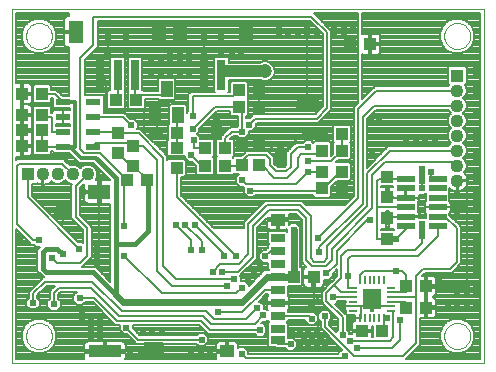
<source format=gbl>
G75*
%MOIN*%
%OFA0B0*%
%FSLAX24Y24*%
%IPPOS*%
%LPD*%
%AMOC8*
5,1,8,0,0,1.08239X$1,22.5*
%
%ADD10C,0.0000*%
%ADD11R,0.0433X0.0394*%
%ADD12R,0.0394X0.0433*%
%ADD13R,0.0472X0.0276*%
%ADD14R,0.0472X0.0394*%
%ADD15R,0.0748X0.0512*%
%ADD16R,0.0315X0.0394*%
%ADD17R,0.1102X0.0394*%
%ADD18R,0.0512X0.0748*%
%ADD19R,0.0276X0.1024*%
%ADD20R,0.0436X0.0436*%
%ADD21C,0.0436*%
%ADD22R,0.0394X0.0551*%
%ADD23C,0.0436*%
%ADD24R,0.0500X0.0197*%
%ADD25R,0.0591X0.0197*%
%ADD26R,0.0197X0.0591*%
%ADD27R,0.0079X0.0295*%
%ADD28R,0.0295X0.0079*%
%ADD29R,0.0606X0.0669*%
%ADD30C,0.0357*%
%ADD31C,0.0080*%
%ADD32C,0.0240*%
%ADD33C,0.0079*%
%ADD34C,0.0591*%
%ADD35C,0.0118*%
%ADD36C,0.0160*%
%ADD37C,0.0240*%
%ADD38C,0.0120*%
%ADD39C,0.0394*%
%ADD40C,0.0472*%
D10*
X002071Y001060D02*
X002071Y012871D01*
X017819Y012871D01*
X017819Y001060D01*
X002071Y001060D01*
X002544Y001965D02*
X002546Y002006D01*
X002552Y002047D01*
X002562Y002087D01*
X002575Y002126D01*
X002592Y002163D01*
X002613Y002199D01*
X002637Y002233D01*
X002664Y002264D01*
X002693Y002292D01*
X002726Y002318D01*
X002760Y002340D01*
X002797Y002359D01*
X002835Y002374D01*
X002875Y002386D01*
X002915Y002394D01*
X002956Y002398D01*
X002998Y002398D01*
X003039Y002394D01*
X003079Y002386D01*
X003119Y002374D01*
X003157Y002359D01*
X003193Y002340D01*
X003228Y002318D01*
X003261Y002292D01*
X003290Y002264D01*
X003317Y002233D01*
X003341Y002199D01*
X003362Y002163D01*
X003379Y002126D01*
X003392Y002087D01*
X003402Y002047D01*
X003408Y002006D01*
X003410Y001965D01*
X003408Y001924D01*
X003402Y001883D01*
X003392Y001843D01*
X003379Y001804D01*
X003362Y001767D01*
X003341Y001731D01*
X003317Y001697D01*
X003290Y001666D01*
X003261Y001638D01*
X003228Y001612D01*
X003194Y001590D01*
X003157Y001571D01*
X003119Y001556D01*
X003079Y001544D01*
X003039Y001536D01*
X002998Y001532D01*
X002956Y001532D01*
X002915Y001536D01*
X002875Y001544D01*
X002835Y001556D01*
X002797Y001571D01*
X002761Y001590D01*
X002726Y001612D01*
X002693Y001638D01*
X002664Y001666D01*
X002637Y001697D01*
X002613Y001731D01*
X002592Y001767D01*
X002575Y001804D01*
X002562Y001843D01*
X002552Y001883D01*
X002546Y001924D01*
X002544Y001965D01*
X002544Y011965D02*
X002546Y012006D01*
X002552Y012047D01*
X002562Y012087D01*
X002575Y012126D01*
X002592Y012163D01*
X002613Y012199D01*
X002637Y012233D01*
X002664Y012264D01*
X002693Y012292D01*
X002726Y012318D01*
X002760Y012340D01*
X002797Y012359D01*
X002835Y012374D01*
X002875Y012386D01*
X002915Y012394D01*
X002956Y012398D01*
X002998Y012398D01*
X003039Y012394D01*
X003079Y012386D01*
X003119Y012374D01*
X003157Y012359D01*
X003193Y012340D01*
X003228Y012318D01*
X003261Y012292D01*
X003290Y012264D01*
X003317Y012233D01*
X003341Y012199D01*
X003362Y012163D01*
X003379Y012126D01*
X003392Y012087D01*
X003402Y012047D01*
X003408Y012006D01*
X003410Y011965D01*
X003408Y011924D01*
X003402Y011883D01*
X003392Y011843D01*
X003379Y011804D01*
X003362Y011767D01*
X003341Y011731D01*
X003317Y011697D01*
X003290Y011666D01*
X003261Y011638D01*
X003228Y011612D01*
X003194Y011590D01*
X003157Y011571D01*
X003119Y011556D01*
X003079Y011544D01*
X003039Y011536D01*
X002998Y011532D01*
X002956Y011532D01*
X002915Y011536D01*
X002875Y011544D01*
X002835Y011556D01*
X002797Y011571D01*
X002761Y011590D01*
X002726Y011612D01*
X002693Y011638D01*
X002664Y011666D01*
X002637Y011697D01*
X002613Y011731D01*
X002592Y011767D01*
X002575Y011804D01*
X002562Y011843D01*
X002552Y011883D01*
X002546Y011924D01*
X002544Y011965D01*
X016481Y011965D02*
X016483Y012006D01*
X016489Y012047D01*
X016499Y012087D01*
X016512Y012126D01*
X016529Y012163D01*
X016550Y012199D01*
X016574Y012233D01*
X016601Y012264D01*
X016630Y012292D01*
X016663Y012318D01*
X016697Y012340D01*
X016734Y012359D01*
X016772Y012374D01*
X016812Y012386D01*
X016852Y012394D01*
X016893Y012398D01*
X016935Y012398D01*
X016976Y012394D01*
X017016Y012386D01*
X017056Y012374D01*
X017094Y012359D01*
X017130Y012340D01*
X017165Y012318D01*
X017198Y012292D01*
X017227Y012264D01*
X017254Y012233D01*
X017278Y012199D01*
X017299Y012163D01*
X017316Y012126D01*
X017329Y012087D01*
X017339Y012047D01*
X017345Y012006D01*
X017347Y011965D01*
X017345Y011924D01*
X017339Y011883D01*
X017329Y011843D01*
X017316Y011804D01*
X017299Y011767D01*
X017278Y011731D01*
X017254Y011697D01*
X017227Y011666D01*
X017198Y011638D01*
X017165Y011612D01*
X017131Y011590D01*
X017094Y011571D01*
X017056Y011556D01*
X017016Y011544D01*
X016976Y011536D01*
X016935Y011532D01*
X016893Y011532D01*
X016852Y011536D01*
X016812Y011544D01*
X016772Y011556D01*
X016734Y011571D01*
X016698Y011590D01*
X016663Y011612D01*
X016630Y011638D01*
X016601Y011666D01*
X016574Y011697D01*
X016550Y011731D01*
X016529Y011767D01*
X016512Y011804D01*
X016499Y011843D01*
X016489Y011883D01*
X016483Y011924D01*
X016481Y011965D01*
X016481Y001965D02*
X016483Y002006D01*
X016489Y002047D01*
X016499Y002087D01*
X016512Y002126D01*
X016529Y002163D01*
X016550Y002199D01*
X016574Y002233D01*
X016601Y002264D01*
X016630Y002292D01*
X016663Y002318D01*
X016697Y002340D01*
X016734Y002359D01*
X016772Y002374D01*
X016812Y002386D01*
X016852Y002394D01*
X016893Y002398D01*
X016935Y002398D01*
X016976Y002394D01*
X017016Y002386D01*
X017056Y002374D01*
X017094Y002359D01*
X017130Y002340D01*
X017165Y002318D01*
X017198Y002292D01*
X017227Y002264D01*
X017254Y002233D01*
X017278Y002199D01*
X017299Y002163D01*
X017316Y002126D01*
X017329Y002087D01*
X017339Y002047D01*
X017345Y002006D01*
X017347Y001965D01*
X017345Y001924D01*
X017339Y001883D01*
X017329Y001843D01*
X017316Y001804D01*
X017299Y001767D01*
X017278Y001731D01*
X017254Y001697D01*
X017227Y001666D01*
X017198Y001638D01*
X017165Y001612D01*
X017131Y001590D01*
X017094Y001571D01*
X017056Y001556D01*
X017016Y001544D01*
X016976Y001536D01*
X016935Y001532D01*
X016893Y001532D01*
X016852Y001536D01*
X016812Y001544D01*
X016772Y001556D01*
X016734Y001571D01*
X016698Y001590D01*
X016663Y001612D01*
X016630Y001638D01*
X016601Y001666D01*
X016574Y001697D01*
X016550Y001731D01*
X016529Y001767D01*
X016512Y001804D01*
X016499Y001843D01*
X016489Y001883D01*
X016483Y001924D01*
X016481Y001965D01*
D11*
X014591Y005213D03*
X014591Y005883D03*
X014591Y006591D03*
X014591Y007261D03*
X010300Y007654D03*
X009748Y007654D03*
X009748Y008324D03*
X010300Y008324D03*
X007563Y008245D03*
X007563Y007576D03*
X006126Y007635D03*
X005614Y008048D03*
X006126Y008304D03*
X005614Y008717D03*
D12*
X006894Y008737D03*
X007563Y008737D03*
X008508Y008225D03*
X009177Y008225D03*
X009177Y007635D03*
X008508Y007635D03*
X006579Y007158D03*
X005910Y007158D03*
X003075Y008304D03*
X003075Y008816D03*
X003075Y009328D03*
X002406Y009328D03*
X002406Y008816D03*
X002406Y008304D03*
X002406Y010036D03*
X003075Y010036D03*
X005555Y009839D03*
X006225Y009839D03*
X009650Y009603D03*
X009650Y010154D03*
X010319Y010154D03*
X010319Y009603D03*
X012406Y008698D03*
X012406Y008147D03*
X013075Y008147D03*
X013075Y008698D03*
X013075Y007442D03*
X013075Y006887D03*
X012406Y006887D03*
X012406Y007442D03*
X012130Y003934D03*
X011461Y003934D03*
X013737Y002123D03*
X014406Y002123D03*
X015201Y002910D03*
X015870Y002910D03*
X015870Y003619D03*
X015201Y003619D03*
X014020Y011690D03*
X013351Y011690D03*
D13*
X010937Y005233D03*
X010937Y004800D03*
X010937Y004367D03*
X010937Y003934D03*
X010937Y003501D03*
X010937Y003068D03*
X010937Y002635D03*
X010937Y002202D03*
X010937Y001828D03*
D14*
X009244Y001454D03*
X010937Y005843D03*
D15*
X004992Y006769D03*
D16*
X006803Y001454D03*
D17*
X005170Y001454D03*
D18*
X004197Y012103D03*
X006992Y012103D03*
X007662Y012103D03*
X009866Y012103D03*
D19*
X009059Y010666D03*
X008469Y010666D03*
X006185Y010666D03*
X005595Y010666D03*
X005004Y010666D03*
D20*
X002607Y007359D03*
X016914Y010645D03*
D21*
X016914Y010145D03*
X016914Y009645D03*
X016914Y009145D03*
X016914Y008645D03*
X016914Y008145D03*
X016914Y007645D03*
X016914Y007145D03*
X004607Y007359D03*
X004107Y007359D03*
X003607Y007359D03*
X003107Y007359D03*
D22*
X006855Y009328D03*
X007603Y009328D03*
X007229Y010194D03*
D23*
X011696Y009682D02*
X012132Y009682D01*
D24*
X004768Y009751D03*
X004768Y009259D03*
X004768Y008767D03*
X004768Y008274D03*
X003784Y008274D03*
X003784Y008767D03*
X003784Y009259D03*
X003784Y009751D03*
D25*
X015201Y007202D03*
X015201Y006887D03*
X015201Y006572D03*
X015201Y006257D03*
X015201Y005942D03*
X015201Y005627D03*
X016264Y005627D03*
X016264Y005942D03*
X016264Y006257D03*
X016264Y006572D03*
X016264Y006887D03*
X016264Y007202D03*
D26*
X015733Y007339D03*
X015733Y005489D03*
D27*
X014473Y003816D03*
X014315Y003816D03*
X014158Y003816D03*
X014000Y003816D03*
X013843Y003816D03*
X013685Y003816D03*
X013685Y002556D03*
X013843Y002556D03*
X014000Y002556D03*
X014158Y002556D03*
X014315Y002556D03*
X014473Y002556D03*
D28*
X014709Y002792D03*
X014709Y002950D03*
X014709Y003107D03*
X014709Y003265D03*
X014709Y003422D03*
X014709Y003580D03*
X013449Y003580D03*
X013449Y003422D03*
X013449Y003265D03*
X013449Y003107D03*
X013449Y002950D03*
X013449Y002792D03*
D29*
X014079Y003186D03*
D30*
X011008Y007771D02*
X011008Y008128D01*
X008882Y008716D02*
X008882Y009073D01*
D31*
X008662Y009224D02*
X009608Y009224D01*
X009608Y009287D02*
X009608Y008948D01*
X009577Y008916D01*
X009336Y008916D01*
X009254Y008834D01*
X009037Y008618D01*
X009037Y008542D01*
X008939Y008542D01*
X008881Y008483D01*
X008881Y007967D01*
X008918Y007930D01*
X008881Y007893D01*
X008881Y007377D01*
X008939Y007318D01*
X009416Y007318D01*
X009473Y007375D01*
X009490Y007358D01*
X009642Y007358D01*
X009538Y007253D01*
X009538Y007071D01*
X009667Y006942D01*
X009794Y006942D01*
X009821Y006916D01*
X009804Y006899D01*
X009804Y006717D01*
X009933Y006588D01*
X010115Y006588D01*
X010195Y006668D01*
X012109Y006668D01*
X012109Y006629D01*
X012168Y006570D01*
X012644Y006570D01*
X012703Y006629D01*
X012703Y006926D01*
X012723Y006947D01*
X012901Y007125D01*
X013313Y007125D01*
X013372Y007184D01*
X013372Y007700D01*
X013313Y007758D01*
X012885Y007758D01*
X012957Y007830D01*
X013313Y007830D01*
X013372Y007889D01*
X013372Y008404D01*
X013354Y008422D01*
X013372Y008440D01*
X013372Y008956D01*
X013313Y009014D01*
X012837Y009014D01*
X012778Y008956D01*
X012778Y008440D01*
X012796Y008422D01*
X012778Y008404D01*
X012778Y008048D01*
X012703Y007972D01*
X012703Y008404D01*
X012644Y008463D01*
X012168Y008463D01*
X012117Y008412D01*
X012044Y008485D01*
X011862Y008485D01*
X011782Y008405D01*
X011541Y008405D01*
X011459Y008323D01*
X011223Y008086D01*
X011223Y007653D01*
X011167Y007598D01*
X010928Y007598D01*
X010814Y007712D01*
X010814Y007929D01*
X010732Y008011D01*
X010613Y008129D01*
X009887Y008129D01*
X009805Y008047D01*
X009709Y007951D01*
X009490Y007951D01*
X009453Y007914D01*
X009437Y007930D01*
X009474Y007967D01*
X009474Y008483D01*
X009416Y008542D01*
X009357Y008542D01*
X009452Y008636D01*
X009577Y008636D01*
X009657Y008556D01*
X009839Y008556D01*
X009968Y008685D01*
X009968Y008793D01*
X010076Y008793D01*
X010205Y008922D01*
X010205Y009035D01*
X010239Y009070D01*
X012011Y009070D01*
X012012Y009070D01*
X012286Y009070D01*
X012368Y009152D01*
X012722Y009506D01*
X012722Y012141D01*
X012231Y012633D01*
X012231Y012653D01*
X012153Y012731D01*
X013607Y012731D01*
X013607Y009722D01*
X013549Y009664D01*
X013467Y009582D01*
X013467Y006630D01*
X013172Y006336D01*
X011875Y006336D01*
X011817Y006394D01*
X011735Y006476D01*
X010517Y006476D01*
X009887Y005846D01*
X009805Y005764D01*
X009805Y005566D01*
X009788Y005548D01*
X008809Y005548D01*
X007703Y006653D01*
X007703Y007279D01*
X007821Y007279D01*
X007880Y007337D01*
X007880Y007814D01*
X007821Y007873D01*
X007305Y007873D01*
X007251Y007818D01*
X007251Y007968D01*
X007286Y007968D01*
X007305Y007948D02*
X007821Y007948D01*
X007835Y007962D01*
X007835Y007898D01*
X007964Y007769D01*
X008077Y007769D01*
X008211Y007635D01*
X008211Y007377D01*
X008270Y007318D01*
X008746Y007318D01*
X008805Y007377D01*
X008805Y007893D01*
X008768Y007930D01*
X008805Y007967D01*
X008805Y008483D01*
X008746Y008542D01*
X008354Y008542D01*
X008354Y008592D01*
X008248Y008698D01*
X008315Y008764D01*
X008315Y008877D01*
X008901Y009463D01*
X009353Y009463D01*
X009353Y009345D01*
X009412Y009287D01*
X009608Y009287D01*
X009608Y009145D02*
X008583Y009145D01*
X008505Y009067D02*
X009608Y009067D01*
X009608Y008988D02*
X008426Y008988D01*
X008348Y008910D02*
X009330Y008910D01*
X009251Y008831D02*
X008315Y008831D01*
X008304Y008753D02*
X009173Y008753D01*
X009094Y008674D02*
X008272Y008674D01*
X008350Y008596D02*
X009037Y008596D01*
X009177Y008560D02*
X009394Y008776D01*
X009748Y008776D01*
X009748Y009505D01*
X009650Y009603D01*
X008843Y009603D01*
X008095Y008855D01*
X008134Y008501D02*
X008134Y008225D01*
X008508Y008225D01*
X008805Y008203D02*
X008881Y008203D01*
X008881Y008125D02*
X008805Y008125D01*
X008805Y008046D02*
X008881Y008046D01*
X008881Y007968D02*
X008805Y007968D01*
X008805Y007889D02*
X008881Y007889D01*
X008881Y007811D02*
X008805Y007811D01*
X008805Y007732D02*
X008881Y007732D01*
X008881Y007654D02*
X008805Y007654D01*
X008805Y007575D02*
X008881Y007575D01*
X008881Y007497D02*
X008805Y007497D01*
X008805Y007418D02*
X008881Y007418D01*
X008917Y007340D02*
X008768Y007340D01*
X008508Y007635D02*
X008410Y007635D01*
X008055Y007989D01*
X007922Y007811D02*
X007880Y007811D01*
X007880Y007732D02*
X008114Y007732D01*
X008193Y007654D02*
X007880Y007654D01*
X007880Y007575D02*
X008211Y007575D01*
X008211Y007497D02*
X007880Y007497D01*
X007880Y007418D02*
X008211Y007418D01*
X008248Y007340D02*
X007880Y007340D01*
X007703Y007261D02*
X009546Y007261D01*
X009538Y007183D02*
X007703Y007183D01*
X007703Y007104D02*
X009538Y007104D01*
X009583Y007026D02*
X007703Y007026D01*
X007703Y006947D02*
X009662Y006947D01*
X009804Y006869D02*
X007703Y006869D01*
X007703Y006790D02*
X009804Y006790D01*
X009809Y006712D02*
X007703Y006712D01*
X007723Y006633D02*
X009887Y006633D01*
X010024Y006808D02*
X012327Y006808D01*
X012406Y006887D01*
X012347Y006828D01*
X012406Y006887D02*
X012524Y007005D01*
X012583Y007005D01*
X012898Y007320D01*
X012953Y007320D01*
X013075Y007442D01*
X013372Y007418D02*
X013467Y007418D01*
X013467Y007340D02*
X013372Y007340D01*
X013372Y007261D02*
X013467Y007261D01*
X013467Y007183D02*
X013371Y007183D01*
X013467Y007104D02*
X012881Y007104D01*
X012802Y007026D02*
X013467Y007026D01*
X013467Y006947D02*
X012724Y006947D01*
X012703Y006869D02*
X013467Y006869D01*
X013467Y006790D02*
X012703Y006790D01*
X012703Y006712D02*
X013467Y006712D01*
X013467Y006633D02*
X012703Y006633D01*
X013235Y006398D02*
X011813Y006398D01*
X011677Y006336D02*
X010575Y006336D01*
X009945Y005706D01*
X009945Y004682D01*
X009630Y004367D01*
X009020Y004367D01*
X008764Y004111D01*
X009079Y004111D02*
X009611Y004111D01*
X010103Y004603D01*
X010103Y005627D01*
X010654Y006178D01*
X011599Y006178D01*
X011874Y005902D01*
X011874Y004485D01*
X012071Y004288D01*
X012544Y004288D01*
X012740Y004485D01*
X012740Y004879D01*
X014079Y006217D01*
X014079Y007320D01*
X014512Y007753D01*
X016805Y007753D01*
X016914Y007645D01*
X017232Y007654D02*
X017679Y007654D01*
X017679Y007732D02*
X017222Y007732D01*
X017232Y007708D02*
X017183Y007825D01*
X017114Y007895D01*
X017183Y007964D01*
X017232Y008081D01*
X017232Y008208D01*
X017183Y008325D01*
X017114Y008395D01*
X017183Y008464D01*
X017232Y008581D01*
X017232Y008708D01*
X017183Y008825D01*
X017114Y008895D01*
X017183Y008964D01*
X017232Y009081D01*
X017232Y009208D01*
X017183Y009325D01*
X017114Y009395D01*
X017183Y009464D01*
X017232Y009581D01*
X017232Y009708D01*
X017183Y009825D01*
X017114Y009895D01*
X017183Y009964D01*
X017232Y010081D01*
X017232Y010208D01*
X017183Y010325D01*
X017177Y010331D01*
X017232Y010385D01*
X017232Y010904D01*
X017173Y010963D01*
X016654Y010963D01*
X016596Y010904D01*
X016596Y010385D01*
X016650Y010331D01*
X016644Y010325D01*
X016627Y010285D01*
X014169Y010285D01*
X014087Y010203D01*
X014087Y010203D01*
X013747Y009862D01*
X013747Y011356D01*
X013769Y011343D01*
X013805Y011333D01*
X013980Y011333D01*
X013980Y011650D01*
X014060Y011650D01*
X014060Y011730D01*
X013980Y011730D01*
X013980Y012046D01*
X013805Y012046D01*
X013769Y012037D01*
X013747Y012024D01*
X013747Y012731D01*
X017679Y012731D01*
X017679Y001200D01*
X015204Y001200D01*
X015243Y001238D01*
X015594Y001589D01*
X015676Y001671D01*
X015676Y002554D01*
X015830Y002554D01*
X015830Y002870D01*
X015910Y002870D01*
X015910Y002554D01*
X016086Y002554D01*
X016121Y002563D01*
X016153Y002582D01*
X016179Y002608D01*
X016198Y002640D01*
X016207Y002675D01*
X016207Y002870D01*
X015910Y002870D01*
X015910Y002950D01*
X015830Y002950D01*
X015830Y003267D01*
X015830Y003579D01*
X015910Y003579D01*
X015910Y002950D01*
X016207Y002950D01*
X016207Y003145D01*
X016198Y003181D01*
X016179Y003213D01*
X016153Y003239D01*
X016121Y003257D01*
X016094Y003265D01*
X016121Y003272D01*
X016153Y003290D01*
X016179Y003316D01*
X016198Y003348D01*
X016207Y003384D01*
X016207Y003579D01*
X015910Y003579D01*
X015910Y003659D01*
X015830Y003659D01*
X015830Y003976D01*
X015736Y003976D01*
X015830Y004070D01*
X016735Y004070D01*
X017054Y004388D01*
X017054Y005606D01*
X016972Y005688D01*
X016659Y006000D01*
X016659Y006060D01*
X016671Y006072D01*
X016690Y006104D01*
X016699Y006140D01*
X016699Y006248D01*
X016273Y006248D01*
X016273Y006266D01*
X016699Y006266D01*
X016699Y006374D01*
X016690Y006409D01*
X016671Y006441D01*
X016659Y006453D01*
X016659Y006712D01*
X017679Y006712D01*
X017679Y006790D02*
X016969Y006790D01*
X016949Y006786D02*
X017018Y006800D01*
X017083Y006827D01*
X017142Y006866D01*
X017192Y006916D01*
X017231Y006975D01*
X017258Y007040D01*
X017272Y007109D01*
X017272Y007126D01*
X016933Y007126D01*
X016933Y007164D01*
X017272Y007164D01*
X017272Y007180D01*
X017258Y007249D01*
X017231Y007314D01*
X017192Y007373D01*
X017142Y007423D01*
X017183Y007464D01*
X017232Y007581D01*
X017232Y007708D01*
X017189Y007811D02*
X017679Y007811D01*
X017679Y007889D02*
X017119Y007889D01*
X017185Y007968D02*
X017679Y007968D01*
X017679Y008046D02*
X017217Y008046D01*
X017232Y008125D02*
X017679Y008125D01*
X017679Y008203D02*
X017232Y008203D01*
X017201Y008282D02*
X017679Y008282D01*
X017679Y008360D02*
X017148Y008360D01*
X017158Y008439D02*
X017679Y008439D01*
X017679Y008517D02*
X017205Y008517D01*
X017232Y008596D02*
X017679Y008596D01*
X017679Y008674D02*
X017232Y008674D01*
X017213Y008753D02*
X017679Y008753D01*
X017679Y008831D02*
X017177Y008831D01*
X017129Y008910D02*
X017679Y008910D01*
X017679Y008988D02*
X017193Y008988D01*
X017226Y009067D02*
X017679Y009067D01*
X017679Y009145D02*
X017232Y009145D01*
X017225Y009224D02*
X017679Y009224D01*
X017679Y009302D02*
X017193Y009302D01*
X017127Y009381D02*
X017679Y009381D01*
X017679Y009459D02*
X017178Y009459D01*
X017214Y009538D02*
X017679Y009538D01*
X017679Y009616D02*
X017232Y009616D01*
X017232Y009695D02*
X017679Y009695D01*
X017679Y009773D02*
X017205Y009773D01*
X017156Y009852D02*
X017679Y009852D01*
X017679Y009930D02*
X017149Y009930D01*
X017202Y010009D02*
X017679Y010009D01*
X017679Y010087D02*
X017232Y010087D01*
X017232Y010166D02*
X017679Y010166D01*
X017679Y010244D02*
X017217Y010244D01*
X017184Y010323D02*
X017679Y010323D01*
X017679Y010401D02*
X017232Y010401D01*
X017232Y010480D02*
X017679Y010480D01*
X017679Y010558D02*
X017232Y010558D01*
X017232Y010637D02*
X017679Y010637D01*
X017679Y010715D02*
X017232Y010715D01*
X017232Y010794D02*
X017679Y010794D01*
X017679Y010872D02*
X017232Y010872D01*
X017185Y010951D02*
X017679Y010951D01*
X017679Y011029D02*
X013747Y011029D01*
X013747Y010951D02*
X016642Y010951D01*
X016596Y010872D02*
X013747Y010872D01*
X013747Y010794D02*
X016596Y010794D01*
X016596Y010715D02*
X013747Y010715D01*
X013747Y010637D02*
X016596Y010637D01*
X016596Y010558D02*
X013747Y010558D01*
X013747Y010480D02*
X016596Y010480D01*
X016596Y010401D02*
X013747Y010401D01*
X013747Y010323D02*
X016643Y010323D01*
X016914Y010145D02*
X014227Y010145D01*
X013607Y009524D01*
X013607Y006572D01*
X012268Y005233D01*
X012307Y004918D02*
X012307Y004761D01*
X012307Y004918D02*
X013764Y006375D01*
X013764Y009249D01*
X014160Y009645D01*
X016914Y009645D01*
X016627Y009505D02*
X016644Y009464D01*
X016714Y009395D01*
X016644Y009325D01*
X016596Y009208D01*
X016596Y009081D01*
X016644Y008964D01*
X016714Y008895D01*
X016644Y008825D01*
X016596Y008708D01*
X016596Y008581D01*
X016644Y008464D01*
X016714Y008395D01*
X016644Y008325D01*
X016627Y008285D01*
X014610Y008285D01*
X013904Y007579D01*
X013904Y009191D01*
X014218Y009505D01*
X016627Y009505D01*
X016649Y009459D02*
X014173Y009459D01*
X014094Y009381D02*
X016700Y009381D01*
X016635Y009302D02*
X014016Y009302D01*
X013937Y009224D02*
X016602Y009224D01*
X016596Y009145D02*
X013904Y009145D01*
X013904Y009067D02*
X016602Y009067D01*
X016634Y008988D02*
X013904Y008988D01*
X013904Y008910D02*
X016698Y008910D01*
X016651Y008831D02*
X013904Y008831D01*
X013904Y008753D02*
X016614Y008753D01*
X016596Y008674D02*
X013904Y008674D01*
X013904Y008596D02*
X016596Y008596D01*
X016622Y008517D02*
X013904Y008517D01*
X013904Y008439D02*
X016669Y008439D01*
X016680Y008360D02*
X013904Y008360D01*
X013904Y008282D02*
X014607Y008282D01*
X014529Y008203D02*
X013904Y008203D01*
X013904Y008125D02*
X014450Y008125D01*
X014372Y008046D02*
X013904Y008046D01*
X013904Y007968D02*
X014293Y007968D01*
X014215Y007889D02*
X013904Y007889D01*
X013904Y007811D02*
X014136Y007811D01*
X014058Y007732D02*
X013904Y007732D01*
X013904Y007654D02*
X013979Y007654D01*
X013922Y007399D02*
X013922Y006296D01*
X012583Y004958D01*
X012583Y004564D01*
X012465Y004446D01*
X012150Y004446D01*
X012032Y004564D01*
X012032Y005981D01*
X011677Y006336D01*
X011541Y006038D02*
X011314Y006038D01*
X011314Y005883D01*
X010977Y005883D01*
X010977Y005803D01*
X010977Y005507D01*
X011192Y005507D01*
X011228Y005516D01*
X011241Y005524D01*
X011241Y005445D01*
X011215Y005471D01*
X010660Y005471D01*
X010601Y005412D01*
X010601Y005054D01*
X010638Y005017D01*
X010601Y004979D01*
X010601Y004902D01*
X010557Y004858D01*
X010542Y004843D01*
X010429Y004843D01*
X010300Y004714D01*
X010300Y004532D01*
X010429Y004403D01*
X010601Y004403D01*
X010601Y004188D01*
X010635Y004154D01*
X010484Y004154D01*
X010355Y004025D01*
X009968Y003638D01*
X009968Y003671D01*
X009839Y003800D01*
X009712Y003800D01*
X009712Y003946D01*
X009678Y003981D01*
X009751Y004053D01*
X010161Y004463D01*
X010243Y004545D01*
X010243Y005569D01*
X010561Y005887D01*
X010561Y005883D01*
X010897Y005883D01*
X010897Y005803D01*
X010977Y005803D01*
X011314Y005803D01*
X011314Y005672D01*
X011370Y005729D01*
X011552Y005729D01*
X011681Y005600D01*
X011681Y004250D01*
X011699Y004250D01*
X011758Y004192D01*
X011758Y003676D01*
X011699Y003617D01*
X011274Y003617D01*
X011274Y003322D01*
X011265Y003313D01*
X011286Y003292D01*
X011304Y003260D01*
X011314Y003224D01*
X011314Y003097D01*
X010966Y003097D01*
X010966Y003039D01*
X011314Y003039D01*
X011314Y002912D01*
X011304Y002876D01*
X011286Y002844D01*
X011265Y002823D01*
X011274Y002814D01*
X011274Y002775D01*
X012027Y002775D01*
X012041Y002760D01*
X012154Y002760D01*
X012283Y002631D01*
X012283Y002449D01*
X012154Y002320D01*
X011972Y002320D01*
X011843Y002449D01*
X011843Y002495D01*
X011274Y002495D01*
X011274Y002456D01*
X011236Y002418D01*
X011274Y002381D01*
X011274Y002022D01*
X011266Y002015D01*
X011274Y002007D01*
X011274Y001910D01*
X011454Y001910D01*
X011583Y001781D01*
X011583Y001599D01*
X011454Y001470D01*
X011271Y001470D01*
X011191Y001550D01*
X010879Y001550D01*
X010839Y001590D01*
X010660Y001590D01*
X010601Y001648D01*
X010601Y002007D01*
X010609Y002015D01*
X010601Y002022D01*
X010601Y002381D01*
X010638Y002418D01*
X010601Y002456D01*
X010601Y002487D01*
X010548Y002434D01*
X010435Y002434D01*
X010383Y002382D01*
X010430Y002382D01*
X010559Y002253D01*
X010559Y002071D01*
X010430Y001942D01*
X010248Y001942D01*
X010168Y002022D01*
X008627Y002022D01*
X008545Y002104D01*
X008312Y002337D01*
X006147Y002337D01*
X006146Y002338D01*
X006104Y002338D01*
X006110Y002332D01*
X006110Y002218D01*
X006342Y001987D01*
X008222Y001987D01*
X008303Y002067D01*
X008485Y002067D01*
X008614Y001938D01*
X008614Y001756D01*
X008485Y001627D01*
X008303Y001627D01*
X008222Y001708D01*
X007089Y001708D01*
X007091Y001705D01*
X007101Y001669D01*
X007101Y001492D01*
X006842Y001492D01*
X006842Y001415D01*
X007101Y001415D01*
X007101Y001238D01*
X007091Y001203D01*
X007090Y001200D01*
X008879Y001200D01*
X008878Y001203D01*
X008868Y001238D01*
X008868Y001414D01*
X009204Y001414D01*
X009204Y001494D01*
X009204Y001790D01*
X008990Y001790D01*
X008954Y001781D01*
X008922Y001763D01*
X008896Y001736D01*
X008878Y001705D01*
X008868Y001669D01*
X008868Y001494D01*
X009204Y001494D01*
X009284Y001494D01*
X009284Y001790D01*
X009499Y001790D01*
X009535Y001781D01*
X009567Y001763D01*
X009593Y001736D01*
X009611Y001705D01*
X009621Y001669D01*
X009621Y001574D01*
X009641Y001595D01*
X009824Y001595D01*
X009953Y001466D01*
X009953Y001357D01*
X012603Y001357D01*
X012604Y001357D01*
X012954Y001357D01*
X012954Y001387D01*
X013076Y001510D01*
X012364Y002222D01*
X012364Y002444D01*
X012284Y002524D01*
X012284Y002706D01*
X012413Y002835D01*
X012595Y002835D01*
X012724Y002706D01*
X012724Y002524D01*
X012644Y002444D01*
X012644Y002338D01*
X012881Y002102D01*
X012955Y002176D01*
X012955Y002537D01*
X012486Y003007D01*
X012486Y003007D01*
X012404Y003089D01*
X012404Y003441D01*
X012679Y003716D01*
X012679Y003716D01*
X012761Y003798D01*
X012915Y003953D01*
X012915Y004187D01*
X012764Y004035D01*
X012764Y003961D01*
X012635Y003832D01*
X012467Y003832D01*
X012467Y003699D01*
X012458Y003663D01*
X012439Y003631D01*
X012413Y003605D01*
X012381Y003587D01*
X012346Y003577D01*
X012170Y003577D01*
X012170Y003894D01*
X012090Y003894D01*
X011793Y003894D01*
X011793Y003699D01*
X011803Y003663D01*
X011821Y003631D01*
X011847Y003605D01*
X011879Y003587D01*
X011915Y003577D01*
X012090Y003577D01*
X012090Y003894D01*
X012090Y003974D01*
X011793Y003974D01*
X011793Y004169D01*
X011803Y004205D01*
X011821Y004236D01*
X011847Y004263D01*
X011879Y004281D01*
X011880Y004281D01*
X011734Y004427D01*
X011734Y005844D01*
X011541Y006038D01*
X011573Y006005D02*
X011314Y006005D01*
X011284Y005942D02*
X011185Y005843D01*
X010937Y005843D01*
X010897Y005848D02*
X010522Y005848D01*
X010561Y005803D02*
X010561Y005628D01*
X010571Y005592D01*
X010589Y005561D01*
X010615Y005535D01*
X010647Y005516D01*
X010683Y005507D01*
X010897Y005507D01*
X010897Y005803D01*
X010561Y005803D01*
X010561Y005770D02*
X010444Y005770D01*
X010365Y005691D02*
X010561Y005691D01*
X010565Y005613D02*
X010287Y005613D01*
X010243Y005534D02*
X010615Y005534D01*
X010645Y005456D02*
X010243Y005456D01*
X010243Y005377D02*
X010601Y005377D01*
X010601Y005299D02*
X010243Y005299D01*
X010243Y005220D02*
X010601Y005220D01*
X010601Y005142D02*
X010243Y005142D01*
X010243Y005063D02*
X010601Y005063D01*
X010607Y004985D02*
X010243Y004985D01*
X010243Y004906D02*
X010601Y004906D01*
X010697Y004800D02*
X010937Y004800D01*
X010697Y004800D02*
X010520Y004623D01*
X010300Y004592D02*
X010243Y004592D01*
X010243Y004671D02*
X010300Y004671D01*
X010335Y004749D02*
X010243Y004749D01*
X010243Y004828D02*
X010414Y004828D01*
X010318Y004514D02*
X010211Y004514D01*
X010161Y004463D02*
X010161Y004463D01*
X010133Y004435D02*
X010396Y004435D01*
X010601Y004357D02*
X010054Y004357D01*
X009976Y004278D02*
X010601Y004278D01*
X010601Y004200D02*
X009897Y004200D01*
X009819Y004121D02*
X010451Y004121D01*
X010373Y004043D02*
X009740Y004043D01*
X009751Y004053D02*
X009751Y004053D01*
X009694Y003964D02*
X010294Y003964D01*
X010355Y004025D02*
X010355Y004025D01*
X010216Y003886D02*
X009712Y003886D01*
X009712Y003807D02*
X010137Y003807D01*
X010059Y003729D02*
X009910Y003729D01*
X009968Y003650D02*
X009980Y003650D01*
X009748Y003580D02*
X009551Y003383D01*
X007071Y003383D01*
X005811Y004643D01*
X005356Y004671D02*
X004731Y004671D01*
X004731Y004701D02*
X004731Y005606D01*
X004649Y005688D01*
X004649Y005688D01*
X004337Y006000D01*
X004337Y006892D01*
X004478Y007033D01*
X004478Y006809D01*
X004952Y006809D01*
X004952Y007164D01*
X004862Y007164D01*
X004876Y007179D01*
X004925Y007296D01*
X004925Y007422D01*
X004876Y007539D01*
X004787Y007629D01*
X004670Y007677D01*
X004543Y007677D01*
X004426Y007629D01*
X004357Y007559D01*
X004287Y007629D01*
X004170Y007677D01*
X004043Y007677D01*
X004003Y007661D01*
X003892Y007771D01*
X003810Y007853D01*
X002249Y007853D01*
X002211Y007815D01*
X002211Y007947D01*
X002366Y007947D01*
X002366Y008264D01*
X002446Y008264D01*
X002446Y008344D01*
X002743Y008344D01*
X002743Y008539D01*
X002737Y008560D01*
X002743Y008581D01*
X002743Y008776D01*
X002446Y008776D01*
X002446Y008856D01*
X002743Y008856D01*
X002743Y009051D01*
X002737Y009072D01*
X002743Y009093D01*
X002743Y009288D01*
X002446Y009288D01*
X002446Y009368D01*
X002366Y009368D01*
X002366Y009996D01*
X002446Y009996D01*
X002446Y009680D01*
X002446Y009368D01*
X002743Y009368D01*
X002743Y009563D01*
X002733Y009598D01*
X002715Y009630D01*
X002689Y009656D01*
X002657Y009675D01*
X002629Y009682D01*
X002657Y009689D01*
X002689Y009708D01*
X002715Y009734D01*
X002733Y009766D01*
X002743Y009801D01*
X002743Y009996D01*
X002446Y009996D01*
X002446Y010076D01*
X002743Y010076D01*
X002743Y010271D01*
X002733Y010307D01*
X002715Y010339D01*
X002689Y010365D01*
X002657Y010383D01*
X002621Y010393D01*
X002446Y010393D01*
X002446Y010076D01*
X002366Y010076D01*
X002366Y010393D01*
X002211Y010393D01*
X002211Y012731D01*
X003978Y012731D01*
X003978Y012617D01*
X003923Y012617D01*
X003887Y012608D01*
X003855Y012589D01*
X003829Y012563D01*
X003811Y012531D01*
X003801Y012496D01*
X003801Y012143D01*
X003978Y012143D01*
X003978Y012063D01*
X003801Y012063D01*
X003801Y011711D01*
X003811Y011675D01*
X003829Y011643D01*
X003855Y011617D01*
X003887Y011599D01*
X003923Y011589D01*
X003978Y011589D01*
X003978Y009949D01*
X003783Y009949D01*
X003556Y010176D01*
X003372Y010176D01*
X003372Y010294D01*
X003313Y010353D01*
X002837Y010353D01*
X002778Y010294D01*
X002778Y009778D01*
X002837Y009720D01*
X003313Y009720D01*
X003372Y009778D01*
X003372Y009896D01*
X003439Y009896D01*
X003434Y009891D01*
X003434Y009611D01*
X003492Y009552D01*
X004017Y009552D01*
X004017Y009497D01*
X003793Y009497D01*
X003793Y009268D01*
X003775Y009268D01*
X003775Y009497D01*
X003515Y009497D01*
X003480Y009488D01*
X003448Y009469D01*
X003422Y009443D01*
X003403Y009411D01*
X003397Y009389D01*
X003372Y009389D01*
X003372Y009586D01*
X003313Y009644D01*
X002837Y009644D01*
X002778Y009586D01*
X002778Y008046D01*
X002837Y007987D01*
X003313Y007987D01*
X003372Y008046D01*
X003372Y008134D01*
X003434Y008134D01*
X003492Y008076D01*
X003972Y008076D01*
X004224Y007824D01*
X004318Y007731D01*
X004792Y007731D01*
X005356Y007166D01*
X005356Y007164D01*
X005032Y007164D01*
X005032Y006809D01*
X004952Y006809D01*
X004952Y006729D01*
X004478Y006729D01*
X004478Y006494D01*
X004488Y006459D01*
X004506Y006427D01*
X004532Y006401D01*
X004564Y006382D01*
X004600Y006373D01*
X004952Y006373D01*
X004952Y006729D01*
X005032Y006729D01*
X005032Y006373D01*
X005356Y006373D01*
X005356Y003778D01*
X004968Y004166D01*
X004862Y004271D01*
X004418Y004271D01*
X004731Y004585D01*
X004731Y004701D01*
X004731Y004749D02*
X005356Y004749D01*
X005356Y004828D02*
X004731Y004828D01*
X004731Y004906D02*
X005356Y004906D01*
X005356Y004985D02*
X004731Y004985D01*
X004731Y005063D02*
X005356Y005063D01*
X005356Y005142D02*
X004731Y005142D01*
X004731Y005220D02*
X005356Y005220D01*
X005356Y005299D02*
X004731Y005299D01*
X004731Y005377D02*
X005356Y005377D01*
X005356Y005456D02*
X004731Y005456D01*
X004731Y005534D02*
X005356Y005534D01*
X005356Y005613D02*
X004724Y005613D01*
X004646Y005691D02*
X005356Y005691D01*
X005356Y005770D02*
X004567Y005770D01*
X004489Y005848D02*
X005356Y005848D01*
X005356Y005927D02*
X004410Y005927D01*
X004337Y006005D02*
X005356Y006005D01*
X005356Y006084D02*
X004337Y006084D01*
X004337Y006162D02*
X005356Y006162D01*
X005356Y006241D02*
X004337Y006241D01*
X004337Y006319D02*
X005356Y006319D01*
X005032Y006398D02*
X004952Y006398D01*
X004952Y006476D02*
X005032Y006476D01*
X005032Y006555D02*
X004952Y006555D01*
X004952Y006633D02*
X005032Y006633D01*
X005032Y006712D02*
X004952Y006712D01*
X004992Y006769D02*
X004992Y007469D01*
X004748Y007713D01*
X004040Y007713D01*
X003803Y007950D01*
X002406Y007950D01*
X002406Y008304D01*
X002406Y008816D01*
X002406Y009328D01*
X002406Y010036D01*
X002446Y010009D02*
X002778Y010009D01*
X002778Y010087D02*
X002743Y010087D01*
X002743Y010166D02*
X002778Y010166D01*
X002778Y010244D02*
X002743Y010244D01*
X002724Y010323D02*
X002807Y010323D01*
X002446Y010323D02*
X002366Y010323D01*
X002366Y010244D02*
X002446Y010244D01*
X002446Y010166D02*
X002366Y010166D01*
X002366Y010087D02*
X002446Y010087D01*
X002446Y009930D02*
X002366Y009930D01*
X002366Y009852D02*
X002446Y009852D01*
X002446Y009773D02*
X002366Y009773D01*
X002366Y009695D02*
X002446Y009695D01*
X002406Y009682D02*
X002406Y009328D01*
X002446Y009302D02*
X002778Y009302D01*
X002778Y009224D02*
X002743Y009224D01*
X002743Y009145D02*
X002778Y009145D01*
X002778Y009067D02*
X002738Y009067D01*
X002743Y008988D02*
X002778Y008988D01*
X002778Y008910D02*
X002743Y008910D01*
X002778Y008831D02*
X002446Y008831D01*
X002446Y008856D02*
X002366Y008856D01*
X002366Y009172D01*
X002366Y009288D01*
X002446Y009288D01*
X002446Y008856D01*
X002446Y008910D02*
X002366Y008910D01*
X002366Y008988D02*
X002446Y008988D01*
X002446Y009067D02*
X002366Y009067D01*
X002366Y009145D02*
X002446Y009145D01*
X002446Y009224D02*
X002366Y009224D01*
X002366Y009381D02*
X002446Y009381D01*
X002446Y009459D02*
X002366Y009459D01*
X002366Y009538D02*
X002446Y009538D01*
X002446Y009616D02*
X002366Y009616D01*
X002406Y009682D02*
X003410Y009682D01*
X003410Y009485D01*
X003784Y009485D01*
X003784Y009259D01*
X003775Y009250D02*
X003793Y009250D01*
X003793Y009020D01*
X004017Y009020D01*
X004017Y008965D01*
X003550Y008965D01*
X003550Y009020D01*
X003775Y009020D01*
X003775Y009250D01*
X003775Y009224D02*
X003793Y009224D01*
X003793Y009302D02*
X003775Y009302D01*
X003775Y009381D02*
X003793Y009381D01*
X003793Y009459D02*
X003775Y009459D01*
X003438Y009459D02*
X003372Y009459D01*
X003372Y009538D02*
X004017Y009538D01*
X003784Y009751D02*
X003498Y010036D01*
X003075Y010036D01*
X003372Y009852D02*
X003434Y009852D01*
X003434Y009773D02*
X003367Y009773D01*
X003434Y009695D02*
X002666Y009695D01*
X002723Y009616D02*
X002809Y009616D01*
X002778Y009538D02*
X002743Y009538D01*
X002743Y009459D02*
X002778Y009459D01*
X002778Y009381D02*
X002743Y009381D01*
X003075Y009328D02*
X003154Y009249D01*
X003410Y009249D01*
X003410Y008767D01*
X003784Y008767D01*
X003775Y009067D02*
X003793Y009067D01*
X003793Y009145D02*
X003775Y009145D01*
X003550Y008988D02*
X004017Y008988D01*
X004768Y008767D02*
X005565Y008767D01*
X005614Y008717D01*
X006303Y008717D01*
X007111Y007910D01*
X007111Y004288D01*
X007544Y003855D01*
X009492Y003855D01*
X009256Y003619D02*
X007426Y003619D01*
X006914Y004131D01*
X006914Y007832D01*
X006441Y008304D01*
X006126Y008304D01*
X006048Y008383D01*
X004876Y008383D01*
X004768Y008274D01*
X005000Y008068D02*
X005910Y007158D01*
X005811Y007158D01*
X005811Y005627D01*
X004591Y005548D02*
X004591Y004643D01*
X004355Y004406D01*
X003567Y004406D01*
X003410Y004564D01*
X002915Y004592D02*
X002211Y004592D01*
X002211Y004514D02*
X002915Y004514D01*
X002915Y004435D02*
X002211Y004435D01*
X002211Y004357D02*
X002915Y004357D01*
X002915Y004278D02*
X002211Y004278D01*
X002211Y004200D02*
X002915Y004200D01*
X002915Y004135D02*
X003033Y004017D01*
X003033Y004017D01*
X003133Y003916D01*
X003116Y003916D01*
X003034Y003834D01*
X002640Y003441D01*
X002640Y003239D01*
X002560Y003159D01*
X002560Y002977D01*
X002689Y002848D01*
X002871Y002848D01*
X003000Y002977D01*
X003000Y003159D01*
X002920Y003239D01*
X002920Y003325D01*
X003232Y003636D01*
X003505Y003636D01*
X003421Y003552D01*
X003339Y003470D01*
X003339Y003200D01*
X003259Y003120D01*
X003259Y002937D01*
X003388Y002808D01*
X003570Y002808D01*
X003699Y002937D01*
X003699Y003120D01*
X003619Y003200D01*
X003619Y003354D01*
X003704Y003440D01*
X004238Y003440D01*
X004115Y003316D01*
X004115Y003134D01*
X004244Y003005D01*
X004426Y003005D01*
X004506Y003085D01*
X004770Y003085D01*
X005517Y002338D01*
X005676Y002338D01*
X005670Y002332D01*
X005670Y002150D01*
X005799Y002021D01*
X005913Y002021D01*
X006144Y001790D01*
X006144Y001790D01*
X006226Y001708D01*
X006518Y001708D01*
X006516Y001705D01*
X006506Y001669D01*
X006506Y001492D01*
X006765Y001492D01*
X006765Y001415D01*
X006506Y001415D01*
X006506Y001238D01*
X006516Y001203D01*
X006517Y001200D01*
X005850Y001200D01*
X005851Y001203D01*
X005861Y001238D01*
X005861Y001414D01*
X005210Y001414D01*
X005210Y001494D01*
X005130Y001494D01*
X005130Y001790D01*
X004600Y001790D01*
X004564Y001781D01*
X004532Y001763D01*
X004506Y001736D01*
X004488Y001705D01*
X004478Y001669D01*
X004478Y001494D01*
X005130Y001494D01*
X005130Y001414D01*
X004478Y001414D01*
X004478Y001238D01*
X004488Y001203D01*
X004490Y001200D01*
X002211Y001200D01*
X002211Y005525D01*
X002640Y005096D01*
X002722Y005014D01*
X002806Y005014D01*
X002886Y004934D01*
X003014Y004934D01*
X002915Y004835D01*
X002915Y004135D01*
X002928Y004121D02*
X002211Y004121D01*
X002211Y004043D02*
X003007Y004043D01*
X003085Y003964D02*
X002211Y003964D01*
X002211Y003886D02*
X003085Y003886D01*
X003007Y003807D02*
X002211Y003807D01*
X002211Y003729D02*
X002928Y003729D01*
X002850Y003650D02*
X002211Y003650D01*
X002211Y003572D02*
X002771Y003572D01*
X002693Y003493D02*
X002211Y003493D01*
X002211Y003415D02*
X002640Y003415D01*
X002640Y003336D02*
X002211Y003336D01*
X002211Y003258D02*
X002640Y003258D01*
X002580Y003179D02*
X002211Y003179D01*
X002211Y003101D02*
X002560Y003101D01*
X002560Y003022D02*
X002211Y003022D01*
X002211Y002944D02*
X002593Y002944D01*
X002671Y002865D02*
X002211Y002865D01*
X002211Y002787D02*
X005068Y002787D01*
X004990Y002865D02*
X003627Y002865D01*
X003699Y002944D02*
X004911Y002944D01*
X004833Y003022D02*
X004443Y003022D01*
X004227Y003022D02*
X003699Y003022D01*
X003699Y003101D02*
X004148Y003101D01*
X004115Y003179D02*
X003639Y003179D01*
X003619Y003258D02*
X004115Y003258D01*
X004135Y003336D02*
X003619Y003336D01*
X003679Y003415D02*
X004213Y003415D01*
X004335Y003225D02*
X004827Y003225D01*
X004709Y003580D02*
X003646Y003580D01*
X003479Y003412D01*
X003479Y003028D01*
X003331Y002865D02*
X002889Y002865D01*
X002967Y002944D02*
X003259Y002944D01*
X003259Y003022D02*
X003000Y003022D01*
X003000Y003101D02*
X003259Y003101D01*
X003319Y003179D02*
X002979Y003179D01*
X002920Y003258D02*
X003339Y003258D01*
X003339Y003336D02*
X002931Y003336D01*
X003010Y003415D02*
X003339Y003415D01*
X003362Y003493D02*
X003088Y003493D01*
X003167Y003572D02*
X003440Y003572D01*
X003174Y003776D02*
X004748Y003776D01*
X005091Y004043D02*
X005356Y004043D01*
X005356Y004121D02*
X005012Y004121D01*
X004968Y004166D02*
X004968Y004166D01*
X004934Y004200D02*
X005356Y004200D01*
X005356Y004278D02*
X004425Y004278D01*
X004503Y004357D02*
X005356Y004357D01*
X005356Y004435D02*
X004582Y004435D01*
X004660Y004514D02*
X005356Y004514D01*
X005356Y004592D02*
X004731Y004592D01*
X004315Y004879D02*
X002607Y006587D01*
X002607Y007359D01*
X002895Y007070D02*
X002937Y007042D01*
X003002Y007015D01*
X003071Y007001D01*
X003088Y007001D01*
X003088Y007340D01*
X003126Y007340D01*
X003126Y007001D01*
X003142Y007001D01*
X003211Y007015D01*
X003276Y007042D01*
X003335Y007081D01*
X003385Y007131D01*
X003426Y007089D01*
X003543Y007041D01*
X003670Y007041D01*
X003787Y007089D01*
X003857Y007159D01*
X003926Y007089D01*
X004043Y007041D01*
X004091Y007041D01*
X004057Y007008D01*
X004057Y005884D01*
X004451Y005490D01*
X004451Y005054D01*
X004406Y005099D01*
X004293Y005099D01*
X002747Y006645D01*
X002747Y007041D01*
X002866Y007041D01*
X002895Y007070D01*
X002975Y007026D02*
X002747Y007026D01*
X002747Y006947D02*
X004057Y006947D01*
X004057Y006869D02*
X002747Y006869D01*
X002747Y006790D02*
X004057Y006790D01*
X004057Y006712D02*
X002747Y006712D01*
X002759Y006633D02*
X004057Y006633D01*
X004057Y006555D02*
X002837Y006555D01*
X002916Y006476D02*
X004057Y006476D01*
X004057Y006398D02*
X002994Y006398D01*
X003073Y006319D02*
X004057Y006319D01*
X004057Y006241D02*
X003151Y006241D01*
X003230Y006162D02*
X004057Y006162D01*
X004057Y006084D02*
X003308Y006084D01*
X003387Y006005D02*
X004057Y006005D01*
X004057Y005927D02*
X003465Y005927D01*
X003544Y005848D02*
X004093Y005848D01*
X004171Y005770D02*
X003622Y005770D01*
X003701Y005691D02*
X004250Y005691D01*
X004328Y005613D02*
X003779Y005613D01*
X003858Y005534D02*
X004407Y005534D01*
X004451Y005456D02*
X003936Y005456D01*
X004015Y005377D02*
X004451Y005377D01*
X004451Y005299D02*
X004093Y005299D01*
X004172Y005220D02*
X004451Y005220D01*
X004451Y005142D02*
X004250Y005142D01*
X004442Y005063D02*
X004451Y005063D01*
X004591Y005548D02*
X004197Y005942D01*
X004197Y006950D01*
X004607Y007359D01*
X004840Y007575D02*
X004947Y007575D01*
X004894Y007497D02*
X005025Y007497D01*
X005104Y007418D02*
X004925Y007418D01*
X004925Y007340D02*
X005182Y007340D01*
X005261Y007261D02*
X004910Y007261D01*
X004878Y007183D02*
X005339Y007183D01*
X005032Y007104D02*
X004952Y007104D01*
X004952Y007026D02*
X005032Y007026D01*
X005032Y006947D02*
X004952Y006947D01*
X004952Y006869D02*
X005032Y006869D01*
X004985Y006776D02*
X004992Y006769D01*
X004952Y006790D02*
X004337Y006790D01*
X004337Y006712D02*
X004478Y006712D01*
X004478Y006633D02*
X004337Y006633D01*
X004337Y006555D02*
X004478Y006555D01*
X004483Y006476D02*
X004337Y006476D01*
X004337Y006398D02*
X004537Y006398D01*
X004478Y006869D02*
X004337Y006869D01*
X004393Y006947D02*
X004478Y006947D01*
X004471Y007026D02*
X004478Y007026D01*
X004075Y007026D02*
X003238Y007026D01*
X003126Y007026D02*
X003088Y007026D01*
X003088Y007104D02*
X003126Y007104D01*
X003126Y007183D02*
X003088Y007183D01*
X003088Y007261D02*
X003126Y007261D01*
X003126Y007340D02*
X003088Y007340D01*
X003358Y007104D02*
X003411Y007104D01*
X003385Y007131D02*
X003385Y007131D01*
X003802Y007104D02*
X003911Y007104D01*
X004107Y007359D02*
X003752Y007713D01*
X002307Y007713D01*
X002229Y007635D01*
X002229Y005706D01*
X002780Y005154D01*
X002977Y005154D01*
X002835Y004985D02*
X002211Y004985D01*
X002211Y005063D02*
X002673Y005063D01*
X002594Y005142D02*
X002211Y005142D01*
X002211Y005220D02*
X002516Y005220D01*
X002437Y005299D02*
X002211Y005299D01*
X002211Y005377D02*
X002359Y005377D01*
X002280Y005456D02*
X002211Y005456D01*
X002211Y004906D02*
X002986Y004906D01*
X002915Y004828D02*
X002211Y004828D01*
X002211Y004749D02*
X002915Y004749D01*
X002915Y004671D02*
X002211Y004671D01*
X003174Y003776D02*
X002780Y003383D01*
X002780Y003068D01*
X002211Y002708D02*
X005147Y002708D01*
X005225Y002630D02*
X002211Y002630D01*
X002211Y002551D02*
X005304Y002551D01*
X005382Y002473D02*
X003249Y002473D01*
X003301Y002451D02*
X003091Y002539D01*
X002863Y002539D01*
X002652Y002451D01*
X002491Y002290D01*
X002404Y002079D01*
X002404Y001851D01*
X002491Y001641D01*
X002652Y001480D01*
X002863Y001392D01*
X003091Y001392D01*
X003301Y001480D01*
X003463Y001641D01*
X003550Y001851D01*
X003550Y002079D01*
X003463Y002290D01*
X003301Y002451D01*
X003358Y002394D02*
X005461Y002394D01*
X005670Y002316D02*
X003437Y002316D01*
X003484Y002237D02*
X005670Y002237D01*
X005670Y002159D02*
X003517Y002159D01*
X003549Y002080D02*
X005740Y002080D01*
X005932Y002002D02*
X003550Y002002D01*
X003550Y001923D02*
X006011Y001923D01*
X006089Y001845D02*
X003547Y001845D01*
X003515Y001766D02*
X004539Y001766D01*
X004484Y001688D02*
X003482Y001688D01*
X003431Y001609D02*
X004478Y001609D01*
X004478Y001531D02*
X003353Y001531D01*
X003236Y001452D02*
X005130Y001452D01*
X005170Y001454D02*
X006008Y001454D01*
X006363Y001454D01*
X006803Y001454D01*
X008055Y001454D01*
X008370Y001454D01*
X008685Y001454D01*
X009244Y001454D01*
X009204Y001452D02*
X006842Y001452D01*
X006765Y001452D02*
X005210Y001452D01*
X005210Y001494D02*
X005861Y001494D01*
X005861Y001669D01*
X005851Y001705D01*
X005833Y001736D01*
X005807Y001763D01*
X005775Y001781D01*
X005739Y001790D01*
X005210Y001790D01*
X005210Y001494D01*
X005210Y001531D02*
X005130Y001531D01*
X005130Y001609D02*
X005210Y001609D01*
X005210Y001688D02*
X005130Y001688D01*
X005130Y001766D02*
X005210Y001766D01*
X005800Y001766D02*
X006168Y001766D01*
X006326Y002002D02*
X008237Y002002D01*
X008412Y002237D02*
X006110Y002237D01*
X006110Y002316D02*
X008334Y002316D01*
X008370Y002477D02*
X008685Y002162D01*
X010339Y002162D01*
X010490Y002002D02*
X010601Y002002D01*
X010601Y002080D02*
X010559Y002080D01*
X010559Y002159D02*
X010601Y002159D01*
X010601Y002237D02*
X010559Y002237D01*
X010601Y002316D02*
X010496Y002316D01*
X010395Y002394D02*
X010615Y002394D01*
X010601Y002473D02*
X010587Y002473D01*
X010457Y002654D02*
X010162Y002359D01*
X008725Y002359D01*
X008449Y002635D01*
X006166Y002635D01*
X006205Y002477D02*
X008370Y002477D01*
X008528Y002792D02*
X008803Y002517D01*
X009886Y002517D01*
X010260Y002891D01*
X010439Y003022D02*
X010561Y003022D01*
X010561Y003039D02*
X010561Y002912D01*
X010571Y002876D01*
X010589Y002844D01*
X010610Y002823D01*
X010605Y002818D01*
X010548Y002874D01*
X010480Y002874D01*
X010480Y002982D01*
X010351Y003111D01*
X010304Y003111D01*
X010554Y003361D01*
X010601Y003361D01*
X010601Y003322D01*
X010610Y003313D01*
X010589Y003292D01*
X010571Y003260D01*
X010561Y003224D01*
X010561Y003097D01*
X010908Y003097D01*
X010908Y003039D01*
X010561Y003039D01*
X010561Y003101D02*
X010361Y003101D01*
X010373Y003179D02*
X010561Y003179D01*
X010570Y003258D02*
X010451Y003258D01*
X010530Y003336D02*
X010601Y003336D01*
X010496Y003501D02*
X010937Y003501D01*
X011274Y003493D02*
X012456Y003493D01*
X012404Y003415D02*
X011274Y003415D01*
X011274Y003336D02*
X012404Y003336D01*
X012404Y003258D02*
X011304Y003258D01*
X011314Y003179D02*
X012404Y003179D01*
X012404Y003101D02*
X011314Y003101D01*
X011314Y003022D02*
X012470Y003022D01*
X012548Y002944D02*
X011314Y002944D01*
X011298Y002865D02*
X012627Y002865D01*
X012643Y002787D02*
X012705Y002787D01*
X012722Y002708D02*
X012784Y002708D01*
X012740Y002713D02*
X012740Y002399D01*
X012644Y002394D02*
X012955Y002394D01*
X012955Y002316D02*
X012667Y002316D01*
X012745Y002237D02*
X012955Y002237D01*
X012938Y002159D02*
X012824Y002159D01*
X012663Y001923D02*
X011274Y001923D01*
X011274Y002002D02*
X012585Y002002D01*
X012506Y002080D02*
X011274Y002080D01*
X011274Y002159D02*
X012428Y002159D01*
X012364Y002237D02*
X011274Y002237D01*
X011274Y002316D02*
X012364Y002316D01*
X012364Y002394D02*
X012229Y002394D01*
X012283Y002473D02*
X012335Y002473D01*
X012283Y002551D02*
X012284Y002551D01*
X012283Y002630D02*
X012284Y002630D01*
X012284Y002698D02*
X012051Y002930D01*
X012130Y003009D01*
X012130Y003324D01*
X012130Y003934D01*
X012090Y003964D02*
X011758Y003964D01*
X011758Y003886D02*
X011793Y003886D01*
X011793Y003807D02*
X011758Y003807D01*
X011758Y003729D02*
X011793Y003729D01*
X011810Y003650D02*
X011732Y003650D01*
X012090Y003650D02*
X012170Y003650D01*
X012170Y003729D02*
X012090Y003729D01*
X012090Y003807D02*
X012170Y003807D01*
X012170Y003886D02*
X012090Y003886D01*
X011793Y004043D02*
X011758Y004043D01*
X011758Y004121D02*
X011793Y004121D01*
X011802Y004200D02*
X011750Y004200D01*
X011681Y004278D02*
X011875Y004278D01*
X011805Y004357D02*
X011681Y004357D01*
X011717Y004347D02*
X011717Y005824D01*
X011599Y005942D01*
X011284Y005942D01*
X011314Y005927D02*
X011652Y005927D01*
X011730Y005848D02*
X010977Y005848D01*
X010977Y005770D02*
X010897Y005770D01*
X010897Y005691D02*
X010977Y005691D01*
X010977Y005613D02*
X010897Y005613D01*
X010897Y005534D02*
X010977Y005534D01*
X011230Y005456D02*
X011241Y005456D01*
X011314Y005691D02*
X011333Y005691D01*
X011314Y005770D02*
X011734Y005770D01*
X011734Y005691D02*
X011589Y005691D01*
X011668Y005613D02*
X011734Y005613D01*
X011734Y005534D02*
X011681Y005534D01*
X011681Y005456D02*
X011734Y005456D01*
X011734Y005377D02*
X011681Y005377D01*
X011681Y005299D02*
X011734Y005299D01*
X011734Y005220D02*
X011681Y005220D01*
X011681Y005142D02*
X011734Y005142D01*
X011734Y005063D02*
X011681Y005063D01*
X011681Y004985D02*
X011734Y004985D01*
X011734Y004906D02*
X011681Y004906D01*
X011681Y004828D02*
X011734Y004828D01*
X011734Y004749D02*
X011681Y004749D01*
X011681Y004671D02*
X011734Y004671D01*
X011734Y004592D02*
X011681Y004592D01*
X011681Y004514D02*
X011734Y004514D01*
X011734Y004435D02*
X011681Y004435D01*
X011284Y003934D02*
X010937Y003934D01*
X010914Y004367D02*
X010937Y004367D01*
X011274Y003572D02*
X012535Y003572D01*
X012613Y003650D02*
X012450Y003650D01*
X012467Y003729D02*
X012692Y003729D01*
X012770Y003807D02*
X012467Y003807D01*
X012689Y003886D02*
X012849Y003886D01*
X012915Y003964D02*
X012764Y003964D01*
X012772Y004043D02*
X012915Y004043D01*
X012915Y004121D02*
X012850Y004121D01*
X012898Y004367D02*
X012898Y004800D01*
X013922Y005824D01*
X014000Y005824D01*
X014377Y005546D02*
X014551Y005546D01*
X014551Y005843D01*
X014631Y005843D01*
X014631Y005546D01*
X014806Y005546D01*
X014806Y005510D01*
X014377Y005510D01*
X014377Y005546D01*
X014377Y005534D02*
X014806Y005534D01*
X014631Y005613D02*
X014551Y005613D01*
X014551Y005691D02*
X014631Y005691D01*
X014631Y005770D02*
X014551Y005770D01*
X014591Y005883D02*
X014591Y005942D01*
X015201Y005942D01*
X015575Y005942D01*
X015890Y006257D01*
X016264Y006257D01*
X017229Y006257D01*
X017229Y003619D01*
X015870Y003619D01*
X015870Y002910D01*
X015910Y002944D02*
X017679Y002944D01*
X017679Y003022D02*
X016207Y003022D01*
X016207Y003101D02*
X017679Y003101D01*
X017679Y003179D02*
X016198Y003179D01*
X016119Y003258D02*
X017679Y003258D01*
X017679Y003336D02*
X016191Y003336D01*
X016207Y003415D02*
X017679Y003415D01*
X017679Y003493D02*
X016207Y003493D01*
X016207Y003572D02*
X017679Y003572D01*
X017679Y003650D02*
X015910Y003650D01*
X015910Y003659D02*
X016207Y003659D01*
X016207Y003854D01*
X016198Y003890D01*
X016179Y003921D01*
X016153Y003948D01*
X016121Y003966D01*
X016086Y003976D01*
X015910Y003976D01*
X015910Y003659D01*
X015910Y003729D02*
X015830Y003729D01*
X015830Y003807D02*
X015910Y003807D01*
X015910Y003886D02*
X015830Y003886D01*
X015830Y003964D02*
X015910Y003964D01*
X015803Y004043D02*
X017679Y004043D01*
X017679Y004121D02*
X016787Y004121D01*
X016866Y004200D02*
X017679Y004200D01*
X017679Y004278D02*
X016944Y004278D01*
X017023Y004357D02*
X017679Y004357D01*
X017679Y004435D02*
X017054Y004435D01*
X017054Y004514D02*
X017679Y004514D01*
X017679Y004592D02*
X017054Y004592D01*
X017054Y004671D02*
X017679Y004671D01*
X017679Y004749D02*
X017054Y004749D01*
X017054Y004828D02*
X017679Y004828D01*
X017679Y004906D02*
X017054Y004906D01*
X017054Y004985D02*
X017679Y004985D01*
X017679Y005063D02*
X017054Y005063D01*
X017054Y005142D02*
X017679Y005142D01*
X017679Y005220D02*
X017054Y005220D01*
X017054Y005299D02*
X017679Y005299D01*
X017679Y005377D02*
X017054Y005377D01*
X017054Y005456D02*
X017679Y005456D01*
X017679Y005534D02*
X017054Y005534D01*
X017047Y005613D02*
X017679Y005613D01*
X017679Y005691D02*
X016968Y005691D01*
X016890Y005770D02*
X017679Y005770D01*
X017679Y005848D02*
X016811Y005848D01*
X016733Y005927D02*
X017679Y005927D01*
X017679Y006005D02*
X016659Y006005D01*
X016678Y006084D02*
X017679Y006084D01*
X017679Y006162D02*
X016699Y006162D01*
X016699Y006241D02*
X017679Y006241D01*
X017679Y006319D02*
X016699Y006319D01*
X016693Y006398D02*
X017679Y006398D01*
X017679Y006476D02*
X016659Y006476D01*
X016659Y006555D02*
X017679Y006555D01*
X017679Y006633D02*
X016659Y006633D01*
X016659Y006712D02*
X016642Y006729D01*
X016659Y006747D01*
X016659Y006892D01*
X016685Y006866D01*
X016744Y006827D01*
X016809Y006800D01*
X016878Y006786D01*
X016895Y006786D01*
X016895Y007126D01*
X016933Y007126D01*
X016933Y006786D01*
X016949Y006786D01*
X016933Y006790D02*
X016895Y006790D01*
X016858Y006790D02*
X016659Y006790D01*
X016659Y006869D02*
X016683Y006869D01*
X016895Y006869D02*
X016933Y006869D01*
X016933Y006947D02*
X016895Y006947D01*
X016895Y007026D02*
X016933Y007026D01*
X016933Y007104D02*
X016895Y007104D01*
X016914Y007145D02*
X017229Y007145D01*
X017229Y006257D01*
X017145Y006869D02*
X017679Y006869D01*
X017679Y006947D02*
X017213Y006947D01*
X017252Y007026D02*
X017679Y007026D01*
X017679Y007104D02*
X017271Y007104D01*
X017271Y007183D02*
X017679Y007183D01*
X017679Y007261D02*
X017253Y007261D01*
X017214Y007340D02*
X017679Y007340D01*
X017679Y007418D02*
X017146Y007418D01*
X017142Y007423D02*
X017142Y007423D01*
X017197Y007497D02*
X017679Y007497D01*
X017679Y007575D02*
X017229Y007575D01*
X016914Y008145D02*
X014668Y008145D01*
X013922Y007399D01*
X014237Y007123D02*
X014237Y006257D01*
X015201Y006257D01*
X015192Y006563D02*
X014766Y006563D01*
X014766Y006551D01*
X014631Y006551D01*
X014631Y006631D01*
X014766Y006631D01*
X014766Y006581D01*
X015192Y006581D01*
X015192Y006877D01*
X015210Y006877D01*
X015210Y006648D01*
X015210Y006581D01*
X015192Y006581D01*
X015192Y006563D01*
X015201Y006572D02*
X015201Y006887D01*
X015192Y006869D02*
X015210Y006869D01*
X015210Y006790D02*
X015192Y006790D01*
X015192Y006712D02*
X015210Y006712D01*
X015210Y006633D02*
X015192Y006633D01*
X015210Y006581D02*
X015636Y006581D01*
X015636Y006672D01*
X015641Y006667D01*
X015824Y006667D01*
X015886Y006729D01*
X015886Y006729D01*
X015869Y006712D01*
X015869Y006712D01*
X015869Y006453D01*
X015857Y006441D01*
X015838Y006409D01*
X015829Y006374D01*
X015829Y006266D01*
X016255Y006266D01*
X016255Y006248D01*
X015829Y006248D01*
X015829Y006140D01*
X015838Y006104D01*
X015857Y006072D01*
X015869Y006060D01*
X015869Y005884D01*
X015636Y005884D01*
X015636Y005933D01*
X015210Y005933D01*
X015210Y005951D01*
X015636Y005951D01*
X015636Y006059D01*
X015627Y006094D01*
X015608Y006126D01*
X015596Y006138D01*
X015596Y006375D01*
X015608Y006387D01*
X015627Y006419D01*
X015636Y006455D01*
X015636Y006563D01*
X015210Y006563D01*
X015210Y006581D01*
X015201Y006572D02*
X014591Y006572D01*
X014591Y006591D01*
X014631Y006555D02*
X014766Y006555D01*
X014631Y006631D02*
X014551Y006631D01*
X014551Y006928D01*
X014377Y006928D01*
X014377Y006964D01*
X014766Y006964D01*
X014766Y006928D01*
X014631Y006928D01*
X014631Y006631D01*
X014631Y006633D02*
X014551Y006633D01*
X014551Y006712D02*
X014631Y006712D01*
X014631Y006790D02*
X014551Y006790D01*
X014551Y006869D02*
X014631Y006869D01*
X014766Y006947D02*
X014377Y006947D01*
X014237Y007123D02*
X014315Y007202D01*
X014591Y007202D01*
X015201Y007202D01*
X015733Y007339D02*
X015733Y006887D01*
X015636Y006633D02*
X015869Y006633D01*
X015869Y006555D02*
X015636Y006555D01*
X015575Y006572D02*
X015890Y006257D01*
X015829Y006241D02*
X015596Y006241D01*
X015596Y006319D02*
X015829Y006319D01*
X015835Y006398D02*
X015615Y006398D01*
X015636Y006476D02*
X015869Y006476D01*
X015575Y006572D02*
X015201Y006572D01*
X015596Y006162D02*
X015829Y006162D01*
X015850Y006084D02*
X015630Y006084D01*
X015636Y006005D02*
X015869Y006005D01*
X015869Y005927D02*
X015636Y005927D01*
X015201Y005627D02*
X015201Y005528D01*
X014886Y005213D01*
X014591Y005213D01*
X014237Y005213D01*
X014237Y006257D01*
X014551Y006117D02*
X014631Y006117D01*
X014631Y005923D01*
X014551Y005923D01*
X014551Y006117D01*
X014551Y006084D02*
X014631Y006084D01*
X014631Y006005D02*
X014551Y006005D01*
X014551Y005927D02*
X014631Y005927D01*
X015733Y005489D02*
X015733Y005076D01*
X015496Y004839D01*
X013252Y004839D01*
X013055Y004643D01*
X013055Y003895D01*
X012819Y003658D01*
X013055Y003422D01*
X013449Y003422D01*
X013449Y003265D02*
X012780Y003265D01*
X012951Y003125D02*
X013201Y003125D01*
X013201Y003087D01*
X013189Y003075D01*
X013171Y003043D01*
X013161Y003007D01*
X013161Y002950D01*
X013449Y002950D01*
X013449Y002950D01*
X013701Y002950D01*
X013701Y002556D01*
X013685Y002556D01*
X013506Y002556D01*
X013685Y002556D01*
X013685Y002556D01*
X013703Y002556D01*
X013685Y002556D01*
X013685Y002556D01*
X013703Y002556D02*
X013703Y002556D01*
X013506Y002556D02*
X013506Y002653D01*
X013260Y002653D01*
X013201Y002711D01*
X013201Y002812D01*
X013189Y002824D01*
X013171Y002856D01*
X013161Y002892D01*
X013161Y002950D01*
X013449Y002950D01*
X013701Y002950D02*
X013843Y002950D01*
X013922Y002950D01*
X014079Y003107D01*
X014079Y003186D01*
X014315Y002950D01*
X014709Y002950D01*
X014709Y003107D02*
X015201Y003107D01*
X015201Y002910D01*
X014792Y002792D02*
X014792Y001926D01*
X014670Y001804D01*
X013331Y001804D01*
X013315Y002024D02*
X013315Y002096D01*
X013235Y002176D01*
X013235Y002653D01*
X013153Y002735D01*
X013153Y002735D01*
X012843Y003045D01*
X012871Y003045D01*
X012951Y003125D01*
X012927Y003101D02*
X013201Y003101D01*
X013165Y003022D02*
X012866Y003022D01*
X012944Y002944D02*
X013161Y002944D01*
X013169Y002865D02*
X013023Y002865D01*
X013101Y002787D02*
X013201Y002787D01*
X013204Y002708D02*
X013180Y002708D01*
X013235Y002630D02*
X013506Y002630D01*
X013506Y002556D02*
X013506Y002475D01*
X013486Y002470D01*
X013454Y002451D01*
X013428Y002425D01*
X013409Y002393D01*
X013400Y002358D01*
X013400Y002163D01*
X013697Y002163D01*
X013697Y002083D01*
X013400Y002083D01*
X013400Y002024D01*
X013315Y002024D01*
X013315Y002080D02*
X013400Y002080D01*
X013400Y002237D02*
X013235Y002237D01*
X013235Y002316D02*
X013400Y002316D01*
X013410Y002394D02*
X013235Y002394D01*
X013235Y002473D02*
X013497Y002473D01*
X013506Y002551D02*
X013235Y002551D01*
X013095Y002595D02*
X013095Y002005D01*
X013252Y002159D02*
X013697Y002159D01*
X013777Y002159D02*
X014109Y002159D01*
X014073Y002163D02*
X014073Y002308D01*
X014109Y002308D01*
X014109Y001944D01*
X014073Y001944D01*
X014073Y002083D01*
X013777Y002083D01*
X013777Y002163D01*
X014073Y002163D01*
X014073Y002237D02*
X014109Y002237D01*
X014109Y002080D02*
X014073Y002080D01*
X014073Y002002D02*
X014109Y002002D01*
X014406Y002123D02*
X014473Y002123D01*
X014473Y002556D01*
X014571Y002556D01*
X014709Y002792D02*
X014792Y002792D01*
X015020Y002513D02*
X015020Y001843D01*
X014748Y001572D01*
X013567Y001572D01*
X013488Y001296D02*
X015103Y001296D01*
X015536Y001729D01*
X015536Y003265D01*
X014709Y003265D01*
X014709Y003422D02*
X015201Y003422D01*
X015201Y003619D01*
X015201Y003993D01*
X015063Y004131D01*
X014886Y004131D01*
X013803Y004131D01*
X013685Y004013D01*
X013685Y003816D01*
X013449Y003580D02*
X013292Y003580D01*
X013292Y003973D01*
X013292Y004544D01*
X013390Y004643D01*
X015614Y004643D01*
X016264Y005292D01*
X016264Y005627D01*
X016264Y005942D02*
X016520Y005942D01*
X016914Y005548D01*
X016914Y004446D01*
X016677Y004210D01*
X015772Y004210D01*
X015536Y003973D01*
X015536Y003265D01*
X015830Y003258D02*
X015910Y003258D01*
X015910Y003336D02*
X015830Y003336D01*
X015830Y003415D02*
X015910Y003415D01*
X015910Y003493D02*
X015830Y003493D01*
X015830Y003572D02*
X015910Y003572D01*
X016207Y003729D02*
X017679Y003729D01*
X017679Y003807D02*
X016207Y003807D01*
X016199Y003886D02*
X017679Y003886D01*
X017679Y003964D02*
X016124Y003964D01*
X015910Y003179D02*
X015830Y003179D01*
X015830Y003101D02*
X015910Y003101D01*
X015910Y003022D02*
X015830Y003022D01*
X015830Y002865D02*
X015910Y002865D01*
X015910Y002787D02*
X015830Y002787D01*
X015830Y002708D02*
X015910Y002708D01*
X015910Y002630D02*
X015830Y002630D01*
X015676Y002551D02*
X017679Y002551D01*
X017679Y002473D02*
X017186Y002473D01*
X017238Y002451D02*
X017028Y002539D01*
X016800Y002539D01*
X016589Y002451D01*
X016428Y002290D01*
X016341Y002079D01*
X016341Y001851D01*
X016428Y001641D01*
X016589Y001480D01*
X016800Y001392D01*
X017028Y001392D01*
X017238Y001480D01*
X017400Y001641D01*
X017487Y001851D01*
X017487Y002079D01*
X017400Y002290D01*
X017238Y002451D01*
X017295Y002394D02*
X017679Y002394D01*
X017679Y002316D02*
X017374Y002316D01*
X017421Y002237D02*
X017679Y002237D01*
X017679Y002159D02*
X017454Y002159D01*
X017486Y002080D02*
X017679Y002080D01*
X017679Y002002D02*
X017487Y002002D01*
X017487Y001923D02*
X017679Y001923D01*
X017679Y001845D02*
X017484Y001845D01*
X017452Y001766D02*
X017679Y001766D01*
X017679Y001688D02*
X017419Y001688D01*
X017368Y001609D02*
X017679Y001609D01*
X017679Y001531D02*
X017290Y001531D01*
X017173Y001452D02*
X017679Y001452D01*
X017679Y001374D02*
X015378Y001374D01*
X015300Y001295D02*
X017679Y001295D01*
X017679Y001217D02*
X015221Y001217D01*
X015457Y001452D02*
X016655Y001452D01*
X016538Y001531D02*
X015535Y001531D01*
X015594Y001589D02*
X015594Y001589D01*
X015614Y001609D02*
X016459Y001609D01*
X016408Y001688D02*
X015676Y001688D01*
X015676Y001766D02*
X016376Y001766D01*
X016343Y001845D02*
X015676Y001845D01*
X015676Y001923D02*
X016341Y001923D01*
X016341Y002002D02*
X015676Y002002D01*
X015676Y002080D02*
X016341Y002080D01*
X016374Y002159D02*
X015676Y002159D01*
X015676Y002237D02*
X016406Y002237D01*
X016454Y002316D02*
X015676Y002316D01*
X015676Y002394D02*
X016532Y002394D01*
X016641Y002473D02*
X015676Y002473D01*
X016192Y002630D02*
X017679Y002630D01*
X017679Y002708D02*
X016207Y002708D01*
X016207Y002787D02*
X017679Y002787D01*
X017679Y002865D02*
X016207Y002865D01*
X014119Y002865D02*
X014039Y002865D01*
X014039Y002804D02*
X014039Y003146D01*
X014119Y003146D01*
X014119Y002804D01*
X014039Y002804D01*
X014039Y002944D02*
X014119Y002944D01*
X014119Y003022D02*
X014039Y003022D01*
X014039Y003101D02*
X014119Y003101D01*
X014079Y003186D02*
X013843Y002950D01*
X013095Y002595D02*
X012544Y003147D01*
X012544Y003383D01*
X012819Y003658D01*
X012583Y004052D02*
X012898Y004367D01*
X012583Y004052D02*
X012544Y004052D01*
X012130Y003324D02*
X012740Y002713D01*
X012724Y002630D02*
X012862Y002630D01*
X012941Y002551D02*
X012724Y002551D01*
X012673Y002473D02*
X012955Y002473D01*
X012504Y002615D02*
X012504Y002280D01*
X013488Y001296D01*
X013174Y001296D02*
X013095Y001217D01*
X012662Y001217D01*
X012954Y001374D02*
X009953Y001374D01*
X009953Y001452D02*
X013019Y001452D01*
X013056Y001531D02*
X011515Y001531D01*
X011583Y001609D02*
X012977Y001609D01*
X012899Y001688D02*
X011583Y001688D01*
X011583Y001766D02*
X012820Y001766D01*
X012742Y001845D02*
X011519Y001845D01*
X011363Y001690D02*
X010937Y001690D01*
X010937Y001828D01*
X010601Y001845D02*
X008614Y001845D01*
X008614Y001923D02*
X010601Y001923D01*
X010601Y001766D02*
X009560Y001766D01*
X009616Y001688D02*
X010601Y001688D01*
X010640Y001609D02*
X009621Y001609D01*
X009733Y001375D02*
X009811Y001296D01*
X009888Y001531D02*
X011210Y001531D01*
X011260Y002394D02*
X011898Y002394D01*
X011843Y002473D02*
X011274Y002473D01*
X011274Y002787D02*
X012365Y002787D01*
X012287Y002708D02*
X012206Y002708D01*
X012284Y002698D02*
X012284Y001454D01*
X012063Y002540D02*
X011969Y002635D01*
X010937Y002635D01*
X010577Y002865D02*
X010557Y002865D01*
X010561Y002944D02*
X010480Y002944D01*
X010937Y003068D02*
X011914Y003068D01*
X012051Y002930D01*
X010496Y003501D02*
X009748Y002753D01*
X008945Y002753D01*
X008528Y002792D02*
X006008Y002792D01*
X006169Y002159D02*
X008491Y002159D01*
X008569Y002080D02*
X006248Y002080D01*
X006511Y001688D02*
X005856Y001688D01*
X005861Y001609D02*
X006506Y001609D01*
X006506Y001531D02*
X005861Y001531D01*
X005861Y001374D02*
X006506Y001374D01*
X006506Y001295D02*
X005861Y001295D01*
X005855Y001217D02*
X006512Y001217D01*
X007095Y001217D02*
X008874Y001217D01*
X008868Y001295D02*
X007101Y001295D01*
X007101Y001374D02*
X008868Y001374D01*
X008868Y001531D02*
X007101Y001531D01*
X007101Y001609D02*
X008868Y001609D01*
X008873Y001688D02*
X008546Y001688D01*
X008614Y001766D02*
X008929Y001766D01*
X009204Y001766D02*
X009284Y001766D01*
X009284Y001688D02*
X009204Y001688D01*
X009204Y001609D02*
X009284Y001609D01*
X009284Y001531D02*
X009204Y001531D01*
X008551Y002002D02*
X010188Y002002D01*
X008242Y001688D02*
X007096Y001688D01*
X004478Y001374D02*
X002211Y001374D01*
X002211Y001452D02*
X002718Y001452D01*
X002601Y001531D02*
X002211Y001531D01*
X002211Y001609D02*
X002522Y001609D01*
X002471Y001688D02*
X002211Y001688D01*
X002211Y001766D02*
X002439Y001766D01*
X002406Y001845D02*
X002211Y001845D01*
X002211Y001923D02*
X002404Y001923D01*
X002404Y002002D02*
X002211Y002002D01*
X002211Y002080D02*
X002404Y002080D01*
X002437Y002159D02*
X002211Y002159D01*
X002211Y002237D02*
X002469Y002237D01*
X002517Y002316D02*
X002211Y002316D01*
X002211Y002394D02*
X002595Y002394D01*
X002704Y002473D02*
X002211Y002473D01*
X002211Y001295D02*
X004478Y001295D01*
X004484Y001217D02*
X002211Y001217D01*
X005248Y003886D02*
X005356Y003886D01*
X005356Y003964D02*
X005169Y003964D01*
X005326Y003807D02*
X005356Y003807D01*
X007544Y005666D02*
X008055Y005154D01*
X008055Y004839D01*
X008394Y004839D02*
X008394Y005131D01*
X007859Y005666D01*
X008174Y005666D02*
X009142Y004698D01*
X009142Y004623D01*
X009536Y004623D02*
X007563Y006595D01*
X007563Y007576D01*
X007844Y007889D02*
X007251Y007889D01*
X007251Y007968D02*
X007169Y008050D01*
X006443Y008775D01*
X006361Y008857D01*
X006233Y008857D01*
X006268Y008892D01*
X006268Y009074D01*
X006139Y009203D01*
X006026Y009203D01*
X005830Y009399D01*
X005142Y009399D01*
X005142Y009997D01*
X004495Y009997D01*
X004495Y011159D01*
X004928Y011592D01*
X004928Y012455D01*
X012013Y012455D01*
X012033Y012436D01*
X012034Y012436D01*
X012444Y012026D01*
X012444Y009622D01*
X012171Y009349D01*
X012012Y009349D01*
X012011Y009350D01*
X010123Y009350D01*
X010041Y009268D01*
X010007Y009233D01*
X009893Y009233D01*
X009888Y009228D01*
X009888Y009287D01*
X009947Y009345D01*
X009947Y009861D01*
X009929Y009879D01*
X009947Y009896D01*
X009947Y010412D01*
X009888Y010471D01*
X009412Y010471D01*
X009353Y010412D01*
X009353Y010098D01*
X009282Y010098D01*
X009297Y010113D01*
X009297Y010487D01*
X010334Y010487D01*
X010429Y010448D01*
X010563Y010448D01*
X010687Y010499D01*
X010781Y010594D01*
X010833Y010717D01*
X010833Y010851D01*
X010781Y010975D01*
X010687Y011069D01*
X010563Y011121D01*
X010429Y011121D01*
X010334Y011081D01*
X009297Y011081D01*
X009297Y011219D01*
X009239Y011278D01*
X008880Y011278D01*
X008822Y011219D01*
X008822Y010113D01*
X008837Y010098D01*
X008037Y010098D01*
X007955Y010016D01*
X007955Y009459D01*
X007900Y009404D01*
X007900Y009645D01*
X007841Y009703D01*
X007364Y009703D01*
X007306Y009645D01*
X007306Y009034D01*
X007266Y008995D01*
X007266Y008503D01*
X007247Y008483D01*
X007247Y008007D01*
X007305Y007948D01*
X007247Y008046D02*
X007172Y008046D01*
X007247Y008125D02*
X007094Y008125D01*
X007015Y008203D02*
X007247Y008203D01*
X007247Y008282D02*
X006937Y008282D01*
X006858Y008360D02*
X007247Y008360D01*
X007247Y008439D02*
X006780Y008439D01*
X006701Y008517D02*
X007266Y008517D01*
X007266Y008596D02*
X006623Y008596D01*
X006544Y008674D02*
X007266Y008674D01*
X007266Y008753D02*
X006466Y008753D01*
X006387Y008831D02*
X007266Y008831D01*
X007266Y008910D02*
X006268Y008910D01*
X006268Y008988D02*
X007266Y008988D01*
X007306Y009067D02*
X006268Y009067D01*
X006196Y009145D02*
X007306Y009145D01*
X007306Y009224D02*
X006005Y009224D01*
X005926Y009302D02*
X007306Y009302D01*
X007306Y009381D02*
X005848Y009381D01*
X005772Y009259D02*
X006048Y008983D01*
X005772Y009259D02*
X004768Y009259D01*
X005142Y009459D02*
X007306Y009459D01*
X007306Y009538D02*
X006478Y009538D01*
X006463Y009523D02*
X006522Y009581D01*
X006522Y009857D01*
X006952Y009857D01*
X006990Y009818D01*
X007467Y009818D01*
X007526Y009877D01*
X007526Y010511D01*
X007467Y010569D01*
X006990Y010569D01*
X006932Y010511D01*
X006932Y010137D01*
X006482Y010137D01*
X006463Y010156D01*
X006423Y010156D01*
X006423Y011219D01*
X006365Y011278D01*
X006006Y011278D01*
X005948Y011219D01*
X005948Y010117D01*
X005928Y010097D01*
X005928Y009581D01*
X005986Y009523D01*
X006463Y009523D01*
X006481Y009485D02*
X005221Y009485D01*
X005221Y010469D01*
X005024Y010666D01*
X005004Y010666D01*
X005004Y011198D01*
X005280Y011473D01*
X005280Y011788D01*
X005280Y012103D01*
X005870Y012103D01*
X006992Y012103D01*
X007662Y012103D01*
X008469Y012103D01*
X008469Y011788D01*
X008469Y011473D01*
X008469Y010666D01*
X008822Y010637D02*
X006423Y010637D01*
X006423Y010715D02*
X008822Y010715D01*
X008822Y010794D02*
X006423Y010794D01*
X006423Y010872D02*
X008822Y010872D01*
X008822Y010951D02*
X006423Y010951D01*
X006423Y011029D02*
X008822Y011029D01*
X008822Y011108D02*
X006423Y011108D01*
X006423Y011186D02*
X008822Y011186D01*
X008867Y011265D02*
X006378Y011265D01*
X005993Y011265D02*
X005787Y011265D01*
X005774Y011278D02*
X005833Y011219D01*
X005833Y010117D01*
X005852Y010097D01*
X005852Y009581D01*
X005794Y009523D01*
X005317Y009523D01*
X005259Y009581D01*
X005259Y010097D01*
X005317Y010156D01*
X005357Y010156D01*
X005357Y011219D01*
X005416Y011278D01*
X005774Y011278D01*
X005833Y011186D02*
X005948Y011186D01*
X005948Y011108D02*
X005833Y011108D01*
X005833Y011029D02*
X005948Y011029D01*
X005948Y010951D02*
X005833Y010951D01*
X005833Y010872D02*
X005948Y010872D01*
X005948Y010794D02*
X005833Y010794D01*
X005833Y010715D02*
X005948Y010715D01*
X005948Y010637D02*
X005833Y010637D01*
X005833Y010558D02*
X005948Y010558D01*
X005948Y010480D02*
X005833Y010480D01*
X005833Y010401D02*
X005948Y010401D01*
X005948Y010323D02*
X005833Y010323D01*
X005833Y010244D02*
X005948Y010244D01*
X005948Y010166D02*
X005833Y010166D01*
X005852Y010087D02*
X005928Y010087D01*
X005928Y010009D02*
X005852Y010009D01*
X005852Y009930D02*
X005928Y009930D01*
X005928Y009852D02*
X005852Y009852D01*
X005852Y009773D02*
X005928Y009773D01*
X005928Y009695D02*
X005852Y009695D01*
X005852Y009616D02*
X005928Y009616D01*
X005971Y009538D02*
X005809Y009538D01*
X005555Y009839D02*
X005595Y009879D01*
X005595Y010666D01*
X005357Y010637D02*
X004495Y010637D01*
X004495Y010715D02*
X005357Y010715D01*
X005357Y010794D02*
X004495Y010794D01*
X004495Y010872D02*
X005357Y010872D01*
X005357Y010951D02*
X004495Y010951D01*
X004495Y011029D02*
X005357Y011029D01*
X005357Y011108D02*
X004495Y011108D01*
X004522Y011186D02*
X005357Y011186D01*
X005403Y011265D02*
X004600Y011265D01*
X004679Y011343D02*
X012444Y011343D01*
X012444Y011265D02*
X009252Y011265D01*
X009297Y011186D02*
X012444Y011186D01*
X012444Y011108D02*
X010594Y011108D01*
X010727Y011029D02*
X012444Y011029D01*
X012444Y010951D02*
X010791Y010951D01*
X010824Y010872D02*
X012444Y010872D01*
X012444Y010794D02*
X010833Y010794D01*
X010832Y010715D02*
X012444Y010715D01*
X012444Y010637D02*
X010799Y010637D01*
X010746Y010558D02*
X012444Y010558D01*
X012444Y010480D02*
X010640Y010480D01*
X010353Y010480D02*
X009297Y010480D01*
X009297Y010401D02*
X009353Y010401D01*
X009353Y010323D02*
X009297Y010323D01*
X009297Y010244D02*
X009353Y010244D01*
X009353Y010166D02*
X009297Y010166D01*
X009453Y009958D02*
X009650Y010154D01*
X009453Y009958D02*
X008095Y009958D01*
X008095Y009288D01*
X007955Y009459D02*
X007900Y009459D01*
X007900Y009538D02*
X007955Y009538D01*
X007955Y009616D02*
X007900Y009616D01*
X007849Y009695D02*
X007955Y009695D01*
X007955Y009773D02*
X006522Y009773D01*
X006522Y009695D02*
X007356Y009695D01*
X007306Y009616D02*
X006522Y009616D01*
X006481Y009485D02*
X006481Y008934D01*
X006677Y008737D01*
X006894Y008737D01*
X006894Y009288D01*
X006855Y009328D01*
X006957Y009852D02*
X006522Y009852D01*
X006363Y009997D02*
X006225Y009859D01*
X006225Y009839D01*
X006185Y009879D01*
X006185Y010666D01*
X006423Y010558D02*
X006979Y010558D01*
X006932Y010480D02*
X006423Y010480D01*
X006423Y010401D02*
X006932Y010401D01*
X006932Y010323D02*
X006423Y010323D01*
X006423Y010244D02*
X006932Y010244D01*
X006932Y010166D02*
X006423Y010166D01*
X006363Y009997D02*
X007032Y009997D01*
X007229Y010194D01*
X007526Y010166D02*
X008822Y010166D01*
X008822Y010244D02*
X007526Y010244D01*
X007526Y010323D02*
X008822Y010323D01*
X008822Y010401D02*
X007526Y010401D01*
X007526Y010480D02*
X008822Y010480D01*
X008822Y010558D02*
X007478Y010558D01*
X007526Y010087D02*
X008027Y010087D01*
X007955Y010009D02*
X007526Y010009D01*
X007526Y009930D02*
X007955Y009930D01*
X007955Y009852D02*
X007501Y009852D01*
X007603Y009328D02*
X007563Y009288D01*
X007563Y008737D01*
X007563Y008245D01*
X008771Y008517D02*
X008915Y008517D01*
X008881Y008439D02*
X008805Y008439D01*
X008805Y008360D02*
X008881Y008360D01*
X008881Y008282D02*
X008805Y008282D01*
X009177Y008225D02*
X009177Y008560D01*
X009411Y008596D02*
X009618Y008596D01*
X009440Y008517D02*
X012778Y008517D01*
X012779Y008439D02*
X012668Y008439D01*
X012703Y008360D02*
X012778Y008360D01*
X012778Y008282D02*
X012703Y008282D01*
X012703Y008203D02*
X012778Y008203D01*
X012778Y008125D02*
X012703Y008125D01*
X012703Y008046D02*
X012777Y008046D01*
X012711Y007782D02*
X012583Y007782D01*
X012711Y007782D02*
X013075Y008147D01*
X013075Y008698D01*
X012778Y008674D02*
X009957Y008674D01*
X009968Y008753D02*
X012778Y008753D01*
X012778Y008831D02*
X010114Y008831D01*
X010193Y008910D02*
X012778Y008910D01*
X012811Y008988D02*
X010205Y008988D01*
X010237Y009067D02*
X013467Y009067D01*
X013467Y009145D02*
X012362Y009145D01*
X012440Y009224D02*
X013467Y009224D01*
X013467Y009302D02*
X012519Y009302D01*
X012597Y009381D02*
X013467Y009381D01*
X013467Y009459D02*
X012676Y009459D01*
X012722Y009538D02*
X013467Y009538D01*
X013501Y009616D02*
X012722Y009616D01*
X012722Y009695D02*
X013579Y009695D01*
X013607Y009773D02*
X012722Y009773D01*
X012722Y009852D02*
X013607Y009852D01*
X013607Y009930D02*
X012722Y009930D01*
X012722Y010009D02*
X013607Y010009D01*
X013607Y010087D02*
X012722Y010087D01*
X012722Y010166D02*
X013607Y010166D01*
X013607Y010244D02*
X012722Y010244D01*
X012722Y010323D02*
X013607Y010323D01*
X013607Y010401D02*
X012722Y010401D01*
X012722Y010480D02*
X013607Y010480D01*
X013607Y010558D02*
X012722Y010558D01*
X012722Y010637D02*
X013607Y010637D01*
X013607Y010715D02*
X012722Y010715D01*
X012722Y010794D02*
X013607Y010794D01*
X013607Y010872D02*
X012722Y010872D01*
X012722Y010951D02*
X013607Y010951D01*
X013607Y011029D02*
X012722Y011029D01*
X012722Y011108D02*
X013607Y011108D01*
X013607Y011186D02*
X012722Y011186D01*
X012722Y011265D02*
X013607Y011265D01*
X013607Y011343D02*
X012722Y011343D01*
X012722Y011422D02*
X013607Y011422D01*
X013607Y011500D02*
X012722Y011500D01*
X012722Y011579D02*
X013607Y011579D01*
X013607Y011657D02*
X012722Y011657D01*
X012722Y011736D02*
X013607Y011736D01*
X013607Y011814D02*
X012722Y011814D01*
X012722Y011893D02*
X013607Y011893D01*
X013607Y011971D02*
X012722Y011971D01*
X012722Y012050D02*
X013607Y012050D01*
X013607Y012128D02*
X012722Y012128D01*
X012657Y012207D02*
X013607Y012207D01*
X013607Y012285D02*
X012578Y012285D01*
X012500Y012364D02*
X013607Y012364D01*
X013607Y012442D02*
X012421Y012442D01*
X012343Y012521D02*
X013607Y012521D01*
X013607Y012599D02*
X012264Y012599D01*
X012206Y012678D02*
X013607Y012678D01*
X013747Y012678D02*
X017679Y012678D01*
X017679Y012599D02*
X013747Y012599D01*
X013747Y012521D02*
X016757Y012521D01*
X016800Y012539D02*
X016589Y012451D01*
X016428Y012290D01*
X016341Y012079D01*
X016341Y011851D01*
X016428Y011641D01*
X016589Y011480D01*
X016800Y011392D01*
X017028Y011392D01*
X017238Y011480D01*
X017400Y011641D01*
X017487Y011851D01*
X017487Y012079D01*
X017400Y012290D01*
X017238Y012451D01*
X017028Y012539D01*
X016800Y012539D01*
X017070Y012521D02*
X017679Y012521D01*
X017679Y012442D02*
X017247Y012442D01*
X017326Y012364D02*
X017679Y012364D01*
X017679Y012285D02*
X017401Y012285D01*
X017434Y012207D02*
X017679Y012207D01*
X017679Y012128D02*
X017466Y012128D01*
X017487Y012050D02*
X017679Y012050D01*
X017679Y011971D02*
X017487Y011971D01*
X017487Y011893D02*
X017679Y011893D01*
X017679Y011814D02*
X017471Y011814D01*
X017439Y011736D02*
X017679Y011736D01*
X017679Y011657D02*
X017406Y011657D01*
X017338Y011579D02*
X017679Y011579D01*
X017679Y011500D02*
X017259Y011500D01*
X017099Y011422D02*
X017679Y011422D01*
X017679Y011343D02*
X014272Y011343D01*
X014271Y011343D02*
X014303Y011361D01*
X014329Y011387D01*
X014347Y011419D01*
X014357Y011455D01*
X014357Y011650D01*
X014060Y011650D01*
X014060Y011333D01*
X014235Y011333D01*
X014271Y011343D01*
X014348Y011422D02*
X016728Y011422D01*
X016568Y011500D02*
X014357Y011500D01*
X014357Y011579D02*
X016490Y011579D01*
X016421Y011657D02*
X014060Y011657D01*
X014060Y011730D02*
X014357Y011730D01*
X014357Y011925D01*
X014347Y011960D01*
X014329Y011992D01*
X014303Y012018D01*
X014271Y012037D01*
X014235Y012046D01*
X014060Y012046D01*
X014060Y011730D01*
X014060Y011736D02*
X013980Y011736D01*
X013980Y011814D02*
X014060Y011814D01*
X014060Y011893D02*
X013980Y011893D01*
X013980Y011971D02*
X014060Y011971D01*
X013747Y012050D02*
X016341Y012050D01*
X016341Y011971D02*
X014341Y011971D01*
X014357Y011893D02*
X016341Y011893D01*
X016356Y011814D02*
X014357Y011814D01*
X014357Y011736D02*
X016388Y011736D01*
X016361Y012128D02*
X013747Y012128D01*
X013747Y012207D02*
X016393Y012207D01*
X016426Y012285D02*
X013747Y012285D01*
X013747Y012364D02*
X016502Y012364D01*
X016580Y012442D02*
X013747Y012442D01*
X013980Y011579D02*
X014060Y011579D01*
X014060Y011500D02*
X013980Y011500D01*
X013980Y011422D02*
X014060Y011422D01*
X014060Y011343D02*
X013980Y011343D01*
X013768Y011343D02*
X013747Y011343D01*
X013747Y011265D02*
X017679Y011265D01*
X017679Y011186D02*
X013747Y011186D01*
X013747Y011108D02*
X017679Y011108D01*
X014129Y010244D02*
X013747Y010244D01*
X013747Y010166D02*
X014050Y010166D01*
X013972Y010087D02*
X013747Y010087D01*
X013747Y010009D02*
X013893Y010009D01*
X013815Y009930D02*
X013747Y009930D01*
X013467Y008988D02*
X013339Y008988D01*
X013372Y008910D02*
X013467Y008910D01*
X013467Y008831D02*
X013372Y008831D01*
X013372Y008753D02*
X013467Y008753D01*
X013467Y008674D02*
X013372Y008674D01*
X013372Y008596D02*
X013467Y008596D01*
X013467Y008517D02*
X013372Y008517D01*
X013371Y008439D02*
X013467Y008439D01*
X013467Y008360D02*
X013372Y008360D01*
X013372Y008282D02*
X013467Y008282D01*
X013467Y008203D02*
X013372Y008203D01*
X013372Y008125D02*
X013467Y008125D01*
X013467Y008046D02*
X013372Y008046D01*
X013372Y007968D02*
X013467Y007968D01*
X013467Y007889D02*
X013372Y007889D01*
X013467Y007811D02*
X012938Y007811D01*
X013339Y007732D02*
X013467Y007732D01*
X013467Y007654D02*
X013372Y007654D01*
X013372Y007575D02*
X013467Y007575D01*
X013467Y007497D02*
X013372Y007497D01*
X012406Y007442D02*
X011957Y007442D01*
X011953Y007438D01*
X011599Y007595D02*
X011244Y007241D01*
X010811Y007241D01*
X010398Y007654D01*
X010300Y007654D01*
X010674Y007654D02*
X010674Y007871D01*
X010555Y007989D01*
X009945Y007989D01*
X009748Y007792D01*
X009748Y007654D01*
X009729Y007635D01*
X009177Y007635D01*
X009437Y007340D02*
X009625Y007340D01*
X009748Y007595D02*
X009748Y007654D01*
X009726Y007968D02*
X009474Y007968D01*
X009474Y008046D02*
X009805Y008046D01*
X009883Y008125D02*
X009474Y008125D01*
X009474Y008203D02*
X011340Y008203D01*
X011418Y008282D02*
X009474Y008282D01*
X009474Y008360D02*
X011497Y008360D01*
X011599Y008265D02*
X011953Y008265D01*
X011816Y008439D02*
X009474Y008439D01*
X009748Y008324D02*
X010300Y008324D01*
X010634Y008324D01*
X011008Y007950D01*
X011756Y008698D01*
X012406Y008698D01*
X012143Y008439D02*
X012090Y008439D01*
X012406Y008147D02*
X012288Y008028D01*
X011717Y008028D01*
X011599Y007910D01*
X011599Y007595D01*
X011363Y007595D02*
X011225Y007458D01*
X010870Y007458D01*
X010674Y007654D01*
X010814Y007732D02*
X011223Y007732D01*
X011223Y007654D02*
X010872Y007654D01*
X010814Y007811D02*
X011223Y007811D01*
X011223Y007889D02*
X010814Y007889D01*
X010775Y007968D02*
X011223Y007968D01*
X011223Y008046D02*
X010696Y008046D01*
X010618Y008125D02*
X011261Y008125D01*
X011363Y008028D02*
X011599Y008265D01*
X011363Y008028D02*
X011363Y007595D01*
X011559Y007044D02*
X009890Y007044D01*
X009772Y007162D01*
X009758Y007162D01*
X010161Y006633D02*
X012109Y006633D01*
X013313Y006476D02*
X007880Y006476D01*
X007959Y006398D02*
X010440Y006398D01*
X010361Y006319D02*
X008037Y006319D01*
X008116Y006241D02*
X010283Y006241D01*
X010204Y006162D02*
X008194Y006162D01*
X008273Y006084D02*
X010126Y006084D01*
X010047Y006005D02*
X008351Y006005D01*
X008430Y005927D02*
X009969Y005927D01*
X009890Y005848D02*
X008508Y005848D01*
X008587Y005770D02*
X009812Y005770D01*
X009805Y005691D02*
X008665Y005691D01*
X008744Y005613D02*
X009805Y005613D01*
X007802Y006555D02*
X013392Y006555D01*
X014591Y007202D02*
X014591Y007261D01*
X012778Y008596D02*
X009879Y008596D01*
X009985Y009013D02*
X010181Y009210D01*
X011953Y009210D01*
X012203Y009381D02*
X009947Y009381D01*
X009947Y009459D02*
X012281Y009459D01*
X012360Y009538D02*
X009947Y009538D01*
X009947Y009616D02*
X012438Y009616D01*
X012444Y009695D02*
X009947Y009695D01*
X009947Y009773D02*
X012444Y009773D01*
X012444Y009852D02*
X009947Y009852D01*
X009947Y009930D02*
X012444Y009930D01*
X012444Y010009D02*
X009947Y010009D01*
X009947Y010087D02*
X012444Y010087D01*
X012444Y010166D02*
X009947Y010166D01*
X009947Y010244D02*
X012444Y010244D01*
X012444Y010323D02*
X009947Y010323D01*
X009947Y010401D02*
X012444Y010401D01*
X011914Y009682D02*
X011914Y012103D01*
X009866Y012103D01*
X009059Y012103D01*
X008469Y012103D01*
X009297Y011108D02*
X010399Y011108D01*
X010319Y010154D02*
X010319Y009603D01*
X010321Y009618D01*
X010325Y009633D01*
X010332Y009647D01*
X010342Y009659D01*
X010354Y009669D01*
X010368Y009676D01*
X010383Y009680D01*
X010398Y009682D01*
X011914Y009682D01*
X010076Y009302D02*
X009904Y009302D01*
X009396Y009302D02*
X008740Y009302D01*
X008819Y009381D02*
X009353Y009381D01*
X009353Y009459D02*
X008897Y009459D01*
X009059Y010666D02*
X009059Y010784D01*
X009197Y010784D01*
X012026Y012442D02*
X004928Y012442D01*
X004928Y012364D02*
X012105Y012364D01*
X012184Y012285D02*
X004928Y012285D01*
X004928Y012207D02*
X012262Y012207D01*
X012341Y012128D02*
X004928Y012128D01*
X004928Y012050D02*
X012419Y012050D01*
X012444Y011971D02*
X004928Y011971D01*
X004928Y011893D02*
X012444Y011893D01*
X012444Y011814D02*
X004928Y011814D01*
X004928Y011736D02*
X012444Y011736D01*
X012444Y011657D02*
X004928Y011657D01*
X004914Y011579D02*
X012444Y011579D01*
X012444Y011500D02*
X004836Y011500D01*
X004757Y011422D02*
X012444Y011422D01*
X012091Y012576D02*
X012091Y012595D01*
X004788Y012595D01*
X004788Y011650D01*
X004355Y011217D01*
X004355Y008186D01*
X004473Y008068D01*
X005000Y008068D01*
X004886Y007891D02*
X004906Y007871D01*
X004868Y007654D02*
X004726Y007654D01*
X004487Y007654D02*
X004226Y007654D01*
X004316Y007732D02*
X003931Y007732D01*
X003853Y007811D02*
X004238Y007811D01*
X004224Y007824D02*
X004224Y007824D01*
X004159Y007889D02*
X002211Y007889D01*
X002366Y007968D02*
X002446Y007968D01*
X002446Y007947D02*
X002621Y007947D01*
X002657Y007957D01*
X002689Y007975D01*
X002715Y008002D01*
X002733Y008033D01*
X002743Y008069D01*
X002743Y008264D01*
X002446Y008264D01*
X002446Y007947D01*
X002446Y008046D02*
X002366Y008046D01*
X002366Y008125D02*
X002446Y008125D01*
X002446Y008203D02*
X002366Y008203D01*
X002446Y008282D02*
X002778Y008282D01*
X002778Y008360D02*
X002743Y008360D01*
X002743Y008439D02*
X002778Y008439D01*
X002778Y008517D02*
X002743Y008517D01*
X002743Y008596D02*
X002778Y008596D01*
X002778Y008674D02*
X002743Y008674D01*
X002743Y008753D02*
X002778Y008753D01*
X003075Y008816D02*
X003075Y008304D01*
X003075Y008274D01*
X003784Y008274D01*
X004000Y008274D01*
X004002Y008046D02*
X003372Y008046D01*
X003372Y008125D02*
X003443Y008125D01*
X004081Y007968D02*
X002676Y007968D01*
X002737Y008046D02*
X002778Y008046D01*
X002778Y008125D02*
X002743Y008125D01*
X002743Y008203D02*
X002778Y008203D01*
X002446Y008344D02*
X002446Y008459D01*
X002446Y008776D01*
X002366Y008776D01*
X002366Y008344D01*
X002446Y008344D01*
X002446Y008360D02*
X002366Y008360D01*
X002366Y008439D02*
X002446Y008439D01*
X002446Y008517D02*
X002366Y008517D01*
X002366Y008596D02*
X002446Y008596D01*
X002446Y008674D02*
X002366Y008674D01*
X002366Y008753D02*
X002446Y008753D01*
X003341Y009616D02*
X003434Y009616D01*
X003724Y010009D02*
X003978Y010009D01*
X003978Y010087D02*
X003645Y010087D01*
X003567Y010166D02*
X003978Y010166D01*
X003978Y010244D02*
X003372Y010244D01*
X003343Y010323D02*
X003978Y010323D01*
X003978Y010401D02*
X002211Y010401D01*
X002211Y010480D02*
X003978Y010480D01*
X003978Y010558D02*
X002211Y010558D01*
X002211Y010637D02*
X003978Y010637D01*
X003978Y010715D02*
X002211Y010715D01*
X002211Y010794D02*
X003978Y010794D01*
X003978Y010872D02*
X002211Y010872D01*
X002211Y010951D02*
X003978Y010951D01*
X003978Y011029D02*
X002211Y011029D01*
X002211Y011108D02*
X003978Y011108D01*
X003978Y011186D02*
X002211Y011186D01*
X002211Y011265D02*
X003978Y011265D01*
X003978Y011343D02*
X002211Y011343D01*
X002211Y011422D02*
X002791Y011422D01*
X002863Y011392D02*
X003091Y011392D01*
X003301Y011480D01*
X003463Y011641D01*
X003550Y011851D01*
X003550Y012079D01*
X003463Y012290D01*
X003301Y012451D01*
X003091Y012539D01*
X002863Y012539D01*
X002652Y012451D01*
X002491Y012290D01*
X002404Y012079D01*
X002404Y011851D01*
X002491Y011641D01*
X002652Y011480D01*
X002863Y011392D01*
X002631Y011500D02*
X002211Y011500D01*
X002211Y011579D02*
X002553Y011579D01*
X002484Y011657D02*
X002211Y011657D01*
X002211Y011736D02*
X002451Y011736D01*
X002419Y011814D02*
X002211Y011814D01*
X002211Y011893D02*
X002404Y011893D01*
X002404Y011971D02*
X002211Y011971D01*
X002211Y012050D02*
X002404Y012050D01*
X002424Y012128D02*
X002211Y012128D01*
X002211Y012207D02*
X002456Y012207D01*
X002489Y012285D02*
X002211Y012285D01*
X002211Y012364D02*
X002565Y012364D01*
X002643Y012442D02*
X002211Y012442D01*
X002211Y012521D02*
X002820Y012521D01*
X003133Y012521D02*
X003808Y012521D01*
X003801Y012442D02*
X003310Y012442D01*
X003389Y012364D02*
X003801Y012364D01*
X003801Y012285D02*
X003464Y012285D01*
X003497Y012207D02*
X003801Y012207D01*
X003801Y012050D02*
X003550Y012050D01*
X003550Y011971D02*
X003801Y011971D01*
X003801Y011893D02*
X003550Y011893D01*
X003534Y011814D02*
X003801Y011814D01*
X003801Y011736D02*
X003502Y011736D01*
X003469Y011657D02*
X003821Y011657D01*
X003978Y011579D02*
X003401Y011579D01*
X003322Y011500D02*
X003978Y011500D01*
X003978Y011422D02*
X003162Y011422D01*
X003529Y012128D02*
X003978Y012128D01*
X003873Y012599D02*
X002211Y012599D01*
X002211Y012678D02*
X003978Y012678D01*
X004495Y010558D02*
X005357Y010558D01*
X005357Y010480D02*
X004495Y010480D01*
X004495Y010401D02*
X005357Y010401D01*
X005357Y010323D02*
X004495Y010323D01*
X004495Y010244D02*
X005357Y010244D01*
X005357Y010166D02*
X004495Y010166D01*
X004495Y010087D02*
X005259Y010087D01*
X005259Y010009D02*
X004495Y010009D01*
X005142Y009930D02*
X005259Y009930D01*
X005259Y009852D02*
X005142Y009852D01*
X005142Y009773D02*
X005259Y009773D01*
X005259Y009695D02*
X005142Y009695D01*
X005142Y009616D02*
X005259Y009616D01*
X005302Y009538D02*
X005142Y009538D01*
X005614Y008048D02*
X006028Y007635D01*
X006126Y007635D01*
X006579Y007182D01*
X006579Y007158D01*
X006599Y007158D01*
X004373Y007575D02*
X004340Y007575D01*
X002783Y009773D02*
X002735Y009773D01*
X002743Y009852D02*
X002778Y009852D01*
X002778Y009930D02*
X002743Y009930D01*
D32*
X005280Y011473D03*
X005280Y011788D03*
X005280Y012103D03*
X005870Y012103D03*
X005870Y011788D03*
X005870Y011473D03*
X006717Y011060D03*
X007032Y011060D03*
X007347Y011060D03*
X007662Y011060D03*
X007977Y011060D03*
X007977Y011375D03*
X007662Y011375D03*
X007347Y011375D03*
X007347Y010745D03*
X007662Y010745D03*
X007977Y010745D03*
X008469Y011473D03*
X008469Y011788D03*
X008469Y012103D03*
X009059Y012103D03*
X009059Y011788D03*
X009059Y011473D03*
X009394Y011336D03*
X009709Y011336D03*
X010969Y011965D03*
X011284Y011965D03*
X011599Y011965D03*
X011914Y011965D03*
X012229Y011965D03*
X011914Y012280D03*
X012504Y012595D03*
X012819Y012595D03*
X013134Y012595D03*
X013134Y012280D03*
X012819Y012280D03*
X012819Y011965D03*
X013134Y011965D03*
X013449Y012280D03*
X013449Y012595D03*
X010969Y012280D03*
X008095Y009288D03*
X008095Y008855D03*
X008134Y008501D03*
X008055Y007989D03*
X009748Y008776D03*
X009985Y009013D03*
X011953Y008265D03*
X011953Y007782D03*
X011953Y007438D03*
X010024Y006808D03*
X009758Y007162D03*
X008174Y005666D03*
X007859Y005666D03*
X007544Y005666D03*
X008055Y004839D03*
X008394Y004839D03*
X009142Y004623D03*
X009536Y004623D03*
X009079Y004111D03*
X008764Y004111D03*
X009256Y003619D03*
X009492Y003855D03*
X009748Y003580D03*
X009945Y003934D03*
X010142Y004131D03*
X010339Y004328D03*
X010520Y004623D03*
X010914Y004367D03*
X012268Y005233D03*
X012307Y004761D03*
X011461Y005509D03*
X012544Y004052D03*
X013292Y003973D03*
X012780Y003265D03*
X013055Y003009D03*
X012504Y002615D03*
X012063Y002540D03*
X011953Y002044D03*
X012229Y002044D03*
X012366Y001808D03*
X012229Y001572D03*
X011953Y001572D03*
X011815Y001808D03*
X012091Y001808D03*
X011677Y002044D03*
X011402Y002044D03*
X011363Y001690D03*
X011677Y001572D03*
X012504Y001572D03*
X012642Y001808D03*
X013095Y002005D03*
X013331Y001804D03*
X013567Y001572D03*
X013174Y001296D03*
X013321Y002221D03*
X013370Y002536D03*
X014571Y002556D03*
X015020Y002513D03*
X016599Y003068D03*
X016914Y003068D03*
X017229Y003068D03*
X017544Y003068D03*
X017544Y003383D03*
X017229Y003383D03*
X016914Y003383D03*
X017229Y003698D03*
X017544Y003698D03*
X017544Y004013D03*
X017544Y004328D03*
X017544Y004643D03*
X017544Y004958D03*
X017544Y005273D03*
X017544Y005587D03*
X017544Y005902D03*
X017544Y006217D03*
X017544Y006532D03*
X017544Y006847D03*
X017544Y007162D03*
X017544Y007477D03*
X017544Y007792D03*
X017544Y008107D03*
X017544Y008422D03*
X017544Y008737D03*
X017544Y009052D03*
X017544Y009367D03*
X017544Y009682D03*
X017544Y009997D03*
X017544Y010312D03*
X017544Y010627D03*
X017544Y010942D03*
X016166Y008422D03*
X015851Y008422D03*
X015536Y008422D03*
X015221Y008422D03*
X014315Y009091D03*
X014040Y009091D03*
X014079Y008028D03*
X015733Y006887D03*
X016048Y007438D03*
X016914Y006690D03*
X016914Y006375D03*
X016914Y006060D03*
X014886Y005213D03*
X014000Y005824D03*
X014886Y004131D03*
X016303Y003895D03*
X010496Y003147D03*
X010260Y002891D03*
X010457Y002654D03*
X010339Y002162D03*
X009733Y001375D03*
X008685Y001454D03*
X008370Y001454D03*
X008055Y001454D03*
X008394Y001847D03*
X008945Y002753D03*
X007406Y003087D03*
X007091Y003087D03*
X006776Y003087D03*
X005890Y002241D03*
X006441Y002162D03*
X006756Y002162D03*
X007071Y002162D03*
X006363Y001454D03*
X006008Y001454D03*
X005024Y001887D03*
X004709Y001887D03*
X004709Y002202D03*
X005024Y002202D03*
X005024Y002517D03*
X004709Y002517D03*
X004394Y002517D03*
X004394Y002832D03*
X004335Y003225D03*
X003479Y003028D03*
X002780Y003068D03*
X003410Y004564D03*
X003764Y004682D03*
X004315Y004879D03*
X004906Y004918D03*
X004906Y004643D03*
X004906Y004367D03*
X005811Y004643D03*
X005811Y005627D03*
X004433Y006769D03*
X002347Y005194D03*
X002977Y005154D03*
X006048Y008983D03*
X006717Y010745D03*
X007032Y010745D03*
D33*
X002819Y007950D02*
X002406Y007950D01*
X004433Y006769D02*
X004992Y006769D01*
X004992Y004367D01*
X004906Y004367D01*
X005536Y004997D02*
X005536Y005036D01*
X004748Y003776D02*
X005733Y002792D01*
X006008Y002792D01*
X006166Y002635D02*
X005654Y002635D01*
X004709Y003580D01*
X004827Y003225D02*
X005575Y002477D01*
X006205Y002477D01*
X005890Y002241D02*
X006284Y001847D01*
X008394Y001847D01*
X009733Y001375D02*
X009890Y001217D01*
X012662Y001217D01*
X011559Y007044D02*
X011953Y007438D01*
X011953Y007782D02*
X012583Y007782D01*
X012229Y009210D02*
X011953Y009210D01*
X012229Y009210D02*
X012583Y009564D01*
X012583Y012084D01*
X012091Y012576D01*
X012071Y012595D01*
X011874Y012595D01*
X016048Y007438D02*
X016048Y007202D01*
X016264Y007202D01*
D34*
X003764Y006099D03*
D35*
X006500Y001689D02*
X007091Y001689D01*
X007091Y001572D01*
X006540Y001572D01*
X006540Y001316D01*
X007111Y001316D01*
X007111Y001219D01*
X006500Y001219D01*
D36*
X005536Y003343D02*
X005536Y004997D01*
X005536Y007241D01*
X004906Y007871D01*
X006599Y007158D02*
X006599Y005469D01*
X006166Y005036D01*
X005536Y005036D01*
X004788Y004091D02*
X005536Y003343D01*
X004788Y004091D02*
X003213Y004091D01*
X003095Y004210D01*
X003095Y004761D01*
X003213Y004879D01*
X003567Y004879D01*
X003764Y004682D01*
D37*
X005536Y003343D02*
X005792Y003087D01*
X006776Y003087D01*
X007091Y003087D01*
X007406Y003087D01*
X009729Y003087D01*
X010575Y003934D01*
X011284Y003934D01*
X011461Y003934D01*
X011461Y005509D01*
D38*
X004886Y007891D02*
X004384Y007891D01*
X004000Y008274D01*
X004177Y008274D01*
X004177Y009751D01*
X003784Y009751D01*
D39*
X009197Y010784D02*
X010496Y010784D01*
D40*
X010496Y010784D03*
M02*

</source>
